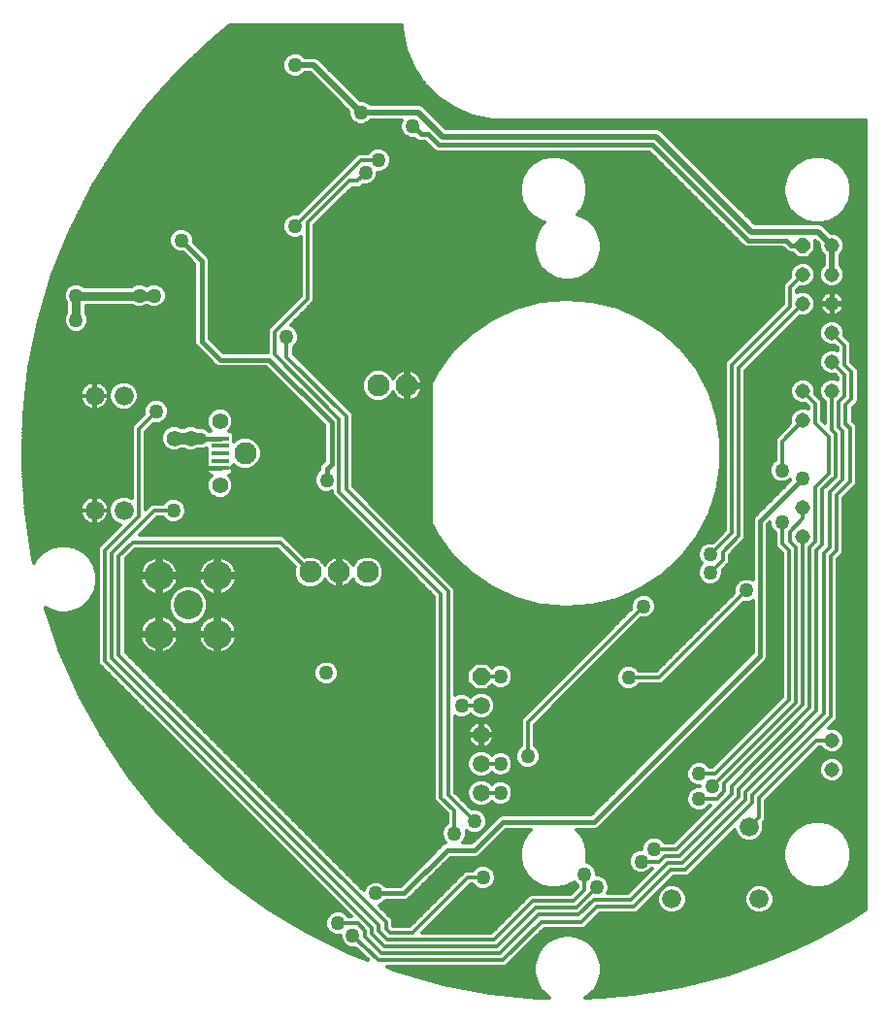
<source format=gbl>
G75*
%MOIN*%
%OFA0B0*%
%FSLAX24Y24*%
%IPPOS*%
%LPD*%
%AMOC8*
5,1,8,0,0,1.08239X$1,22.5*
%
%ADD10C,0.0660*%
%ADD11C,0.0760*%
%ADD12C,0.1000*%
%ADD13C,0.0554*%
%ADD14C,0.0768*%
%ADD15R,0.0591X0.0177*%
%ADD16OC8,0.0594*%
%ADD17C,0.0594*%
%ADD18OC8,0.0515*%
%ADD19C,0.0515*%
%ADD20C,0.0118*%
%ADD21C,0.0160*%
%ADD22C,0.0157*%
%ADD23C,0.0500*%
%ADD24C,0.0295*%
%ADD25C,0.0354*%
%ADD26C,0.0394*%
%ADD27C,0.0400*%
%ADD28C,0.0315*%
%ADD29C,0.0560*%
%ADD30C,0.0197*%
D10*
X030346Y010307D03*
X033346Y010307D03*
X032998Y012795D03*
X011515Y023651D03*
X010515Y023651D03*
X010515Y027588D03*
X011515Y027588D03*
D11*
X020257Y027943D03*
X021242Y027943D03*
X019883Y021535D03*
X018899Y021535D03*
X017915Y021535D03*
D12*
X014736Y021407D03*
X013732Y020403D03*
X014736Y019399D03*
X012728Y019399D03*
X012728Y021407D03*
D13*
X014824Y024517D03*
X014824Y026722D03*
D14*
X015691Y025620D03*
D15*
X014824Y025620D03*
X014824Y025876D03*
X014824Y026131D03*
X014824Y025364D03*
X014824Y025108D03*
D16*
X023787Y017954D03*
D17*
X023787Y016954D03*
X023787Y015954D03*
X023787Y014954D03*
X023787Y013954D03*
D18*
X034840Y032750D03*
D19*
X035840Y032750D03*
X035840Y031750D03*
X034840Y031750D03*
X034840Y030750D03*
X035840Y030750D03*
X035840Y029750D03*
X035840Y028750D03*
X035840Y027750D03*
X034840Y027750D03*
X034840Y026750D03*
X034840Y023750D03*
X034840Y022750D03*
X035840Y015750D03*
X035840Y014750D03*
D20*
X018572Y010463D02*
X015813Y010463D01*
X015974Y010346D02*
X018689Y010346D01*
X018805Y010230D02*
X016135Y010230D01*
X016296Y010113D02*
X018922Y010113D01*
X019039Y009997D02*
X016457Y009997D01*
X016462Y009993D02*
X015128Y010959D01*
X013883Y012039D01*
X012739Y013225D01*
X011703Y014506D01*
X010784Y015874D01*
X009989Y017317D01*
X009324Y018824D01*
X008820Y020306D01*
X008992Y020207D01*
X009288Y020128D01*
X009593Y020128D01*
X009889Y020207D01*
X010154Y020360D01*
X010370Y020576D01*
X010523Y020841D01*
X010637Y020841D01*
X010523Y020841D02*
X010602Y021136D01*
X010602Y021442D01*
X010523Y021737D01*
X010370Y022002D01*
X010154Y022218D01*
X009889Y022371D01*
X009593Y022450D01*
X009288Y022450D01*
X008992Y022371D01*
X008727Y022218D01*
X008511Y022002D01*
X008432Y021865D01*
X008403Y021985D01*
X008154Y023614D01*
X008050Y025258D01*
X008091Y026905D01*
X012152Y026905D01*
X012205Y026958D02*
X011925Y026679D01*
X011787Y026540D01*
X011787Y024088D01*
X011616Y024158D01*
X011414Y024158D01*
X011228Y024081D01*
X011085Y023938D01*
X011008Y023752D01*
X011008Y023550D01*
X011085Y023364D01*
X011228Y023221D01*
X011398Y023151D01*
X010776Y022529D01*
X010637Y022391D01*
X010637Y018398D01*
X010776Y018259D01*
X019321Y009714D01*
X019234Y009714D01*
X019232Y009720D01*
X019112Y009840D01*
X018955Y009905D01*
X018785Y009905D01*
X018628Y009840D01*
X018508Y009720D01*
X018443Y009563D01*
X018443Y009393D01*
X018508Y009236D01*
X018628Y009116D01*
X018785Y009051D01*
X018952Y009051D01*
X018952Y008966D01*
X019017Y008809D01*
X019138Y008689D01*
X019295Y008624D01*
X019464Y008624D01*
X019480Y008630D01*
X019912Y008220D01*
X019359Y008429D01*
X017876Y009147D01*
X016462Y009993D01*
X016651Y009880D02*
X018724Y009880D01*
X018551Y009763D02*
X016846Y009763D01*
X017041Y009647D02*
X018477Y009647D01*
X018443Y009530D02*
X017236Y009530D01*
X017431Y009413D02*
X018443Y009413D01*
X018482Y009297D02*
X017626Y009297D01*
X017821Y009180D02*
X018563Y009180D01*
X018754Y009064D02*
X018049Y009064D01*
X018290Y008947D02*
X018960Y008947D01*
X019008Y008830D02*
X018531Y008830D01*
X018772Y008714D02*
X019112Y008714D01*
X019013Y008597D02*
X019514Y008597D01*
X019637Y008481D02*
X019254Y008481D01*
X019532Y008364D02*
X019760Y008364D01*
X019839Y008247D02*
X019883Y008247D01*
X020271Y008204D02*
X019380Y009051D01*
X019807Y009004D02*
X019807Y009228D01*
X019557Y009478D01*
X018870Y009478D01*
X019016Y009880D02*
X019155Y009880D01*
X019188Y009763D02*
X019272Y009763D01*
X020043Y009326D02*
X010874Y018496D01*
X010874Y022293D01*
X012023Y023443D01*
X012023Y026443D01*
X012630Y027049D01*
X013032Y026905D02*
X014408Y026905D01*
X014439Y026979D02*
X014370Y026812D01*
X014370Y026632D01*
X014439Y026465D01*
X014507Y026397D01*
X014456Y026397D01*
X014446Y026387D01*
X014442Y026387D01*
X014379Y026451D01*
X014240Y026509D01*
X014090Y026509D01*
X014087Y026507D01*
X014075Y026519D01*
X013907Y026589D01*
X013726Y026589D01*
X013558Y026519D01*
X013544Y026506D01*
X013526Y026506D01*
X013513Y026519D01*
X013344Y026589D01*
X013163Y026589D01*
X012995Y026519D01*
X012866Y026390D01*
X012796Y026222D01*
X012796Y026041D01*
X012866Y025873D01*
X012995Y025744D01*
X013163Y025674D01*
X013344Y025674D01*
X013513Y025744D01*
X013526Y025757D01*
X013544Y025757D01*
X013558Y025744D01*
X013726Y025674D01*
X013907Y025674D01*
X014075Y025744D01*
X014084Y025752D01*
X014240Y025752D01*
X014352Y025799D01*
X014352Y025202D01*
X014370Y025184D01*
X014370Y025108D01*
X014446Y025108D01*
X014446Y025108D01*
X014370Y025108D01*
X014370Y024998D01*
X014381Y024958D01*
X014402Y024922D01*
X014431Y024892D01*
X014468Y024871D01*
X014508Y024860D01*
X014525Y024860D01*
X014439Y024775D01*
X014370Y024608D01*
X014370Y024427D01*
X014439Y024260D01*
X014567Y024132D01*
X014734Y024063D01*
X014915Y024063D01*
X015082Y024132D01*
X015210Y024260D01*
X015279Y024427D01*
X015279Y024608D01*
X015210Y024775D01*
X015124Y024860D01*
X015141Y024860D01*
X015181Y024871D01*
X015217Y024892D01*
X015247Y024922D01*
X015268Y024958D01*
X015279Y024998D01*
X015279Y025108D01*
X015279Y025184D01*
X015297Y025202D01*
X015297Y025220D01*
X015373Y025144D01*
X015579Y025059D01*
X015802Y025059D01*
X016008Y025144D01*
X016166Y025302D01*
X016252Y025508D01*
X016252Y025731D01*
X016166Y025937D01*
X016008Y026095D01*
X015802Y026181D01*
X015579Y026181D01*
X015373Y026095D01*
X015297Y026019D01*
X015297Y026293D01*
X015193Y026397D01*
X015142Y026397D01*
X015210Y026465D01*
X015279Y026632D01*
X015279Y026812D01*
X015210Y026979D01*
X015082Y027107D01*
X014915Y027176D01*
X014734Y027176D01*
X014567Y027107D01*
X014439Y026979D01*
X014481Y027022D02*
X013057Y027022D01*
X013057Y026964D02*
X013057Y027134D01*
X012992Y027291D01*
X012871Y027411D01*
X012714Y027476D01*
X012545Y027476D01*
X012388Y027411D01*
X012267Y027291D01*
X012202Y027134D01*
X012202Y026964D01*
X012205Y026958D01*
X012202Y027022D02*
X008104Y027022D01*
X008117Y027138D02*
X010321Y027138D01*
X010328Y027135D02*
X010401Y027111D01*
X010477Y027099D01*
X010506Y027099D01*
X010506Y027578D01*
X010525Y027578D01*
X010525Y027099D01*
X010554Y027099D01*
X010630Y027111D01*
X010703Y027135D01*
X010772Y027170D01*
X010834Y027215D01*
X010888Y027270D01*
X010934Y027332D01*
X010969Y027400D01*
X010992Y027474D01*
X011004Y027550D01*
X011004Y027578D01*
X010525Y027578D01*
X010525Y027598D01*
X010506Y027598D01*
X010506Y028077D01*
X010477Y028077D01*
X010401Y028065D01*
X010328Y028041D01*
X010259Y028006D01*
X010197Y027961D01*
X010142Y027907D01*
X010097Y027845D01*
X010062Y027776D01*
X010038Y027703D01*
X010026Y027627D01*
X010026Y027598D01*
X010506Y027598D01*
X010506Y027578D01*
X010026Y027578D01*
X010026Y027550D01*
X010038Y027474D01*
X010062Y027400D01*
X010097Y027332D01*
X010142Y027270D01*
X010197Y027215D01*
X010259Y027170D01*
X010328Y027135D01*
X010506Y027138D02*
X010525Y027138D01*
X010525Y027255D02*
X010506Y027255D01*
X010506Y027371D02*
X010525Y027371D01*
X010525Y027488D02*
X010506Y027488D01*
X010525Y027598D02*
X011004Y027598D01*
X011004Y027627D01*
X010992Y027703D01*
X010969Y027776D01*
X010934Y027845D01*
X010888Y027907D01*
X010834Y027961D01*
X010772Y028006D01*
X010703Y028041D01*
X010630Y028065D01*
X010554Y028077D01*
X010525Y028077D01*
X010525Y027598D01*
X010525Y027605D02*
X010506Y027605D01*
X010506Y027721D02*
X010525Y027721D01*
X010525Y027838D02*
X010506Y027838D01*
X010506Y027955D02*
X010525Y027955D01*
X010525Y028071D02*
X010506Y028071D01*
X010438Y028071D02*
X008223Y028071D01*
X008210Y027955D02*
X010190Y027955D01*
X010094Y027838D02*
X008197Y027838D01*
X008183Y027721D02*
X010044Y027721D01*
X010026Y027605D02*
X008170Y027605D01*
X008157Y027488D02*
X010036Y027488D01*
X010077Y027371D02*
X008144Y027371D01*
X008131Y027255D02*
X010157Y027255D01*
X010710Y027138D02*
X011276Y027138D01*
X011228Y027158D02*
X011414Y027081D01*
X011616Y027081D01*
X011803Y027158D01*
X011945Y027301D01*
X012023Y027487D01*
X012023Y027689D01*
X011945Y027875D01*
X011803Y028018D01*
X011616Y028095D01*
X011414Y028095D01*
X011228Y028018D01*
X011085Y027875D01*
X011008Y027689D01*
X011008Y027487D01*
X011085Y027301D01*
X011228Y027158D01*
X011131Y027255D02*
X010874Y027255D01*
X010954Y027371D02*
X011056Y027371D01*
X011008Y027488D02*
X010995Y027488D01*
X011004Y027605D02*
X011008Y027605D01*
X011022Y027721D02*
X010986Y027721D01*
X010937Y027838D02*
X011070Y027838D01*
X011164Y027955D02*
X010841Y027955D01*
X010592Y028071D02*
X011356Y028071D01*
X011675Y028071D02*
X016913Y028071D01*
X017029Y027955D02*
X011866Y027955D01*
X011961Y027838D02*
X017146Y027838D01*
X017262Y027721D02*
X012009Y027721D01*
X012023Y027605D02*
X017379Y027605D01*
X017496Y027488D02*
X012023Y027488D01*
X011975Y027371D02*
X012348Y027371D01*
X012253Y027255D02*
X011899Y027255D01*
X011754Y027138D02*
X012204Y027138D01*
X012035Y026788D02*
X008088Y026788D01*
X008085Y026672D02*
X011918Y026672D01*
X011802Y026555D02*
X008082Y026555D01*
X008079Y026439D02*
X011787Y026439D01*
X011787Y026322D02*
X008077Y026322D01*
X008074Y026205D02*
X011787Y026205D01*
X011787Y026089D02*
X008071Y026089D01*
X008068Y025972D02*
X011787Y025972D01*
X011787Y025856D02*
X008065Y025856D01*
X008062Y025739D02*
X011787Y025739D01*
X011787Y025622D02*
X008059Y025622D01*
X008056Y025506D02*
X011787Y025506D01*
X011787Y025389D02*
X008053Y025389D01*
X008051Y025272D02*
X011787Y025272D01*
X011787Y025156D02*
X008057Y025156D01*
X008064Y025039D02*
X011787Y025039D01*
X011787Y024923D02*
X008071Y024923D01*
X008079Y024806D02*
X011787Y024806D01*
X011787Y024689D02*
X008086Y024689D01*
X008094Y024573D02*
X011787Y024573D01*
X011787Y024456D02*
X008101Y024456D01*
X008108Y024340D02*
X011787Y024340D01*
X011787Y024223D02*
X008116Y024223D01*
X008123Y024106D02*
X010334Y024106D01*
X010328Y024104D02*
X010259Y024069D01*
X010197Y024024D01*
X010142Y023970D01*
X010097Y023908D01*
X010062Y023839D01*
X010038Y023766D01*
X010026Y023690D01*
X010026Y023661D01*
X010506Y023661D01*
X010506Y024140D01*
X010477Y024140D01*
X010401Y024128D01*
X010328Y024104D01*
X010506Y024106D02*
X010525Y024106D01*
X010525Y024140D02*
X010554Y024140D01*
X010630Y024128D01*
X010703Y024104D01*
X010772Y024069D01*
X010834Y024024D01*
X010888Y023970D01*
X010934Y023908D01*
X010969Y023839D01*
X010992Y023766D01*
X011004Y023690D01*
X011004Y023661D01*
X010525Y023661D01*
X010506Y023661D01*
X010506Y023641D01*
X010525Y023641D01*
X010525Y023162D01*
X010554Y023162D01*
X010630Y023174D01*
X010703Y023198D01*
X010772Y023233D01*
X010834Y023278D01*
X010888Y023333D01*
X010934Y023395D01*
X010969Y023463D01*
X010992Y023537D01*
X011004Y023613D01*
X011004Y023641D01*
X010525Y023641D01*
X010525Y023661D01*
X010525Y024140D01*
X010525Y023990D02*
X010506Y023990D01*
X010506Y023873D02*
X010525Y023873D01*
X010525Y023757D02*
X010506Y023757D01*
X010506Y023641D02*
X010026Y023641D01*
X010026Y023613D01*
X010038Y023537D01*
X010062Y023463D01*
X010097Y023395D01*
X010142Y023333D01*
X010197Y023278D01*
X010259Y023233D01*
X010328Y023198D01*
X010401Y023174D01*
X010477Y023162D01*
X010506Y023162D01*
X010506Y023641D01*
X010506Y023640D02*
X010525Y023640D01*
X010525Y023523D02*
X010506Y023523D01*
X010506Y023407D02*
X010525Y023407D01*
X010525Y023290D02*
X010506Y023290D01*
X010506Y023173D02*
X010525Y023173D01*
X010626Y023173D02*
X011343Y023173D01*
X011304Y023057D02*
X008239Y023057D01*
X008222Y023173D02*
X010405Y023173D01*
X010185Y023290D02*
X008204Y023290D01*
X008186Y023407D02*
X010091Y023407D01*
X010043Y023523D02*
X008168Y023523D01*
X008153Y023640D02*
X010026Y023640D01*
X010037Y023757D02*
X008145Y023757D01*
X008138Y023873D02*
X010080Y023873D01*
X010162Y023990D02*
X008131Y023990D01*
X008257Y022940D02*
X011187Y022940D01*
X011070Y022824D02*
X008275Y022824D01*
X008293Y022707D02*
X010954Y022707D01*
X010837Y022590D02*
X008311Y022590D01*
X008328Y022474D02*
X010720Y022474D01*
X010637Y022357D02*
X009913Y022357D01*
X010115Y022241D02*
X010637Y022241D01*
X010637Y022124D02*
X010248Y022124D01*
X010365Y022007D02*
X010637Y022007D01*
X010637Y021891D02*
X010434Y021891D01*
X010502Y021774D02*
X010637Y021774D01*
X010637Y021658D02*
X010544Y021658D01*
X010575Y021541D02*
X010637Y021541D01*
X010637Y021424D02*
X010602Y021424D01*
X010602Y021308D02*
X010637Y021308D01*
X010637Y021191D02*
X010602Y021191D01*
X010585Y021075D02*
X010637Y021075D01*
X010637Y020958D02*
X010554Y020958D01*
X010637Y020725D02*
X010456Y020725D01*
X010389Y020608D02*
X010637Y020608D01*
X010637Y020491D02*
X010286Y020491D01*
X010169Y020375D02*
X010637Y020375D01*
X010637Y020258D02*
X009978Y020258D01*
X009646Y020142D02*
X010637Y020142D01*
X010637Y020025D02*
X008916Y020025D01*
X008955Y019908D02*
X010637Y019908D01*
X010637Y019792D02*
X008995Y019792D01*
X009035Y019675D02*
X010637Y019675D01*
X010637Y019559D02*
X009074Y019559D01*
X009114Y019442D02*
X010637Y019442D01*
X010637Y019325D02*
X009154Y019325D01*
X009193Y019209D02*
X010637Y019209D01*
X010637Y019092D02*
X009233Y019092D01*
X009272Y018976D02*
X010637Y018976D01*
X010637Y018859D02*
X009312Y018859D01*
X009360Y018742D02*
X010637Y018742D01*
X010637Y018626D02*
X009411Y018626D01*
X009463Y018509D02*
X010637Y018509D01*
X010643Y018392D02*
X009514Y018392D01*
X009566Y018276D02*
X010759Y018276D01*
X010876Y018159D02*
X009617Y018159D01*
X009669Y018043D02*
X010993Y018043D01*
X011109Y017926D02*
X009720Y017926D01*
X009772Y017809D02*
X011226Y017809D01*
X011342Y017693D02*
X009823Y017693D01*
X009874Y017576D02*
X011459Y017576D01*
X011576Y017460D02*
X009926Y017460D01*
X009977Y017343D02*
X011692Y017343D01*
X011809Y017226D02*
X010039Y017226D01*
X010103Y017110D02*
X011925Y017110D01*
X012042Y016993D02*
X010167Y016993D01*
X010232Y016877D02*
X012159Y016877D01*
X012275Y016760D02*
X010296Y016760D01*
X010360Y016643D02*
X012392Y016643D01*
X012509Y016527D02*
X010424Y016527D01*
X010489Y016410D02*
X012625Y016410D01*
X012742Y016293D02*
X010553Y016293D01*
X010617Y016177D02*
X012858Y016177D01*
X012975Y016060D02*
X010681Y016060D01*
X010746Y015944D02*
X013092Y015944D01*
X013208Y015827D02*
X010815Y015827D01*
X010894Y015710D02*
X013325Y015710D01*
X013441Y015594D02*
X010972Y015594D01*
X011051Y015477D02*
X013558Y015477D01*
X013675Y015361D02*
X011129Y015361D01*
X011207Y015244D02*
X013791Y015244D01*
X013908Y015127D02*
X011286Y015127D01*
X011364Y015011D02*
X014024Y015011D01*
X014141Y014894D02*
X011442Y014894D01*
X011521Y014778D02*
X014258Y014778D01*
X014374Y014661D02*
X011599Y014661D01*
X011677Y014544D02*
X014491Y014544D01*
X014608Y014428D02*
X011767Y014428D01*
X011861Y014311D02*
X014724Y014311D01*
X014841Y014194D02*
X011955Y014194D01*
X012049Y014078D02*
X014957Y014078D01*
X015074Y013961D02*
X012144Y013961D01*
X012238Y013845D02*
X015191Y013845D01*
X015307Y013728D02*
X012332Y013728D01*
X012426Y013611D02*
X015424Y013611D01*
X015540Y013495D02*
X012521Y013495D01*
X012615Y013378D02*
X015657Y013378D01*
X015774Y013262D02*
X012709Y013262D01*
X012816Y013145D02*
X015890Y013145D01*
X016007Y013028D02*
X012928Y013028D01*
X013041Y012912D02*
X016123Y012912D01*
X016240Y012795D02*
X013154Y012795D01*
X013266Y012679D02*
X016357Y012679D01*
X016473Y012562D02*
X013379Y012562D01*
X013491Y012445D02*
X016590Y012445D01*
X016707Y012329D02*
X013604Y012329D01*
X013716Y012212D02*
X016823Y012212D01*
X016940Y012095D02*
X013829Y012095D01*
X013953Y011979D02*
X017056Y011979D01*
X017173Y011862D02*
X014087Y011862D01*
X014222Y011746D02*
X017290Y011746D01*
X017406Y011629D02*
X014356Y011629D01*
X014490Y011512D02*
X017523Y011512D01*
X017639Y011396D02*
X014625Y011396D01*
X014759Y011279D02*
X017756Y011279D01*
X017873Y011163D02*
X014893Y011163D01*
X015028Y011046D02*
X017989Y011046D01*
X018106Y010929D02*
X015169Y010929D01*
X015330Y010813D02*
X018222Y010813D01*
X018339Y010696D02*
X015491Y010696D01*
X015652Y010580D02*
X018456Y010580D01*
X019093Y011279D02*
X021547Y011279D01*
X021431Y011163D02*
X019210Y011163D01*
X019327Y011046D02*
X021314Y011046D01*
X021197Y010929D02*
X019443Y010929D01*
X019560Y010813D02*
X019876Y010813D01*
X019927Y010864D02*
X019807Y010744D01*
X019755Y010618D01*
X011582Y018790D01*
X011582Y021998D01*
X011912Y022328D01*
X016788Y022328D01*
X017391Y021725D01*
X017358Y021646D01*
X017358Y021424D01*
X017443Y021219D01*
X017599Y021063D01*
X017804Y020978D01*
X018026Y020978D01*
X018231Y021063D01*
X018387Y021219D01*
X018418Y021293D01*
X018438Y021253D01*
X018488Y021184D01*
X018548Y021124D01*
X018617Y021074D01*
X018692Y021035D01*
X018773Y021009D01*
X018850Y020997D01*
X018850Y021486D01*
X018948Y021486D01*
X018948Y020997D01*
X019025Y021009D01*
X019106Y021035D01*
X019182Y021074D01*
X019250Y021124D01*
X019310Y021184D01*
X019360Y021253D01*
X019381Y021293D01*
X019411Y021219D01*
X019568Y021063D01*
X019773Y020978D01*
X019994Y020978D01*
X020199Y021063D01*
X020356Y021219D01*
X020441Y021424D01*
X020441Y021646D01*
X020356Y021851D01*
X020199Y022007D01*
X019994Y022092D01*
X019773Y022092D01*
X019568Y022007D01*
X019411Y021851D01*
X019381Y021777D01*
X019360Y021818D01*
X019310Y021886D01*
X019250Y021946D01*
X019182Y021996D01*
X019106Y022035D01*
X019025Y022061D01*
X018948Y022073D01*
X018948Y021584D01*
X018850Y021584D01*
X018850Y022073D01*
X018773Y022061D01*
X018692Y022035D01*
X018617Y021996D01*
X018548Y021946D01*
X018488Y021886D01*
X018438Y021818D01*
X018418Y021777D01*
X018387Y021851D01*
X018231Y022007D01*
X018026Y022092D01*
X017804Y022092D01*
X017725Y022059D01*
X017122Y022662D01*
X016983Y022801D01*
X012050Y022801D01*
X012664Y023415D01*
X012861Y023415D01*
X012864Y023409D01*
X012984Y023289D01*
X013141Y023224D01*
X013311Y023224D01*
X013468Y023289D01*
X013588Y023409D01*
X013653Y023566D01*
X013653Y023736D01*
X013588Y023893D01*
X013468Y024013D01*
X013311Y024078D01*
X013141Y024078D01*
X012984Y024013D01*
X012864Y023893D01*
X012861Y023887D01*
X012664Y023887D01*
X012469Y023887D01*
X012259Y023678D01*
X012259Y026345D01*
X012539Y026624D01*
X012545Y026622D01*
X012714Y026622D01*
X012871Y026687D01*
X012992Y026807D01*
X013057Y026964D01*
X013055Y027138D02*
X014642Y027138D01*
X015007Y027138D02*
X017846Y027138D01*
X017962Y027022D02*
X015167Y027022D01*
X015240Y026905D02*
X018079Y026905D01*
X018195Y026788D02*
X015279Y026788D01*
X015279Y026672D02*
X018312Y026672D01*
X018401Y026583D02*
X018401Y025363D01*
X018269Y025231D01*
X018230Y025137D01*
X018230Y025041D01*
X018124Y024934D01*
X018059Y024777D01*
X018059Y024608D01*
X018124Y024451D01*
X018244Y024330D01*
X018401Y024265D01*
X018571Y024265D01*
X018677Y024309D01*
X018677Y024191D01*
X018815Y024053D01*
X018815Y024053D01*
X022177Y020691D01*
X022177Y013695D01*
X022315Y013557D01*
X022631Y013240D01*
X022631Y012915D01*
X022626Y012913D01*
X022506Y012793D01*
X022441Y012636D01*
X022441Y012466D01*
X022506Y012309D01*
X022573Y012242D01*
X022565Y012242D01*
X022471Y012203D01*
X021025Y010757D01*
X020517Y010757D01*
X020411Y010864D01*
X020254Y010929D01*
X020084Y010929D01*
X019927Y010864D01*
X019787Y010696D02*
X019676Y010696D01*
X020462Y010813D02*
X021081Y010813D01*
X021455Y010463D02*
X022418Y010463D01*
X022302Y010346D02*
X021338Y010346D01*
X021348Y010357D02*
X022722Y011730D01*
X023625Y011730D01*
X023719Y011769D01*
X023791Y011841D01*
X024641Y012691D01*
X025501Y012691D01*
X025356Y012545D01*
X025203Y012281D01*
X025124Y011985D01*
X025124Y011679D01*
X025203Y011384D01*
X025356Y011119D01*
X025572Y010903D01*
X025837Y010750D01*
X026132Y010671D01*
X026438Y010671D01*
X026733Y010750D01*
X026987Y010896D01*
X027086Y010797D01*
X027092Y010795D01*
X027092Y010716D01*
X026853Y010476D01*
X025471Y010476D01*
X024144Y009149D01*
X021773Y009149D01*
X023436Y010813D01*
X023489Y010813D01*
X023492Y010807D01*
X023612Y010687D01*
X023769Y010622D01*
X023939Y010622D01*
X024096Y010687D01*
X024216Y010807D01*
X024281Y010964D01*
X024281Y011134D01*
X024216Y011291D01*
X024096Y011411D01*
X023939Y011476D01*
X023769Y011476D01*
X023612Y011411D01*
X023492Y011291D01*
X023489Y011285D01*
X023240Y011285D01*
X023102Y011147D01*
X021341Y009385D01*
X020763Y009385D01*
X020752Y009397D01*
X020752Y009621D01*
X020285Y010087D01*
X020411Y010139D01*
X020517Y010246D01*
X021182Y010246D01*
X021276Y010285D01*
X021348Y010357D01*
X021571Y010580D02*
X022535Y010580D01*
X022651Y010696D02*
X021688Y010696D01*
X021805Y010813D02*
X022768Y010813D01*
X022885Y010929D02*
X021921Y010929D01*
X022038Y011046D02*
X023001Y011046D01*
X023118Y011163D02*
X022154Y011163D01*
X022271Y011279D02*
X023235Y011279D01*
X023338Y011049D02*
X023854Y011049D01*
X024281Y011046D02*
X025429Y011046D01*
X025331Y011163D02*
X024269Y011163D01*
X024221Y011279D02*
X025263Y011279D01*
X025200Y011396D02*
X024111Y011396D01*
X024267Y010929D02*
X025545Y010929D01*
X025728Y010813D02*
X024219Y010813D01*
X024105Y010696D02*
X026038Y010696D01*
X026532Y010696D02*
X027073Y010696D01*
X027071Y010813D02*
X026842Y010813D01*
X026956Y010580D02*
X023203Y010580D01*
X023320Y010696D02*
X023602Y010696D01*
X023338Y011049D02*
X021439Y009149D01*
X020665Y009149D01*
X020515Y009299D01*
X020515Y009523D01*
X011346Y018693D01*
X011346Y022096D01*
X011815Y022565D01*
X016885Y022565D01*
X017915Y021535D01*
X017358Y021541D02*
X015382Y021541D01*
X015384Y021536D02*
X015361Y021619D01*
X015328Y021699D01*
X015285Y021774D01*
X015232Y021843D01*
X015171Y021904D01*
X015103Y021956D01*
X015028Y021999D01*
X014948Y022032D01*
X014865Y022055D01*
X014795Y022064D01*
X014795Y021466D01*
X015393Y021466D01*
X015384Y021536D01*
X015345Y021658D02*
X017363Y021658D01*
X017342Y021774D02*
X015285Y021774D01*
X015184Y021891D02*
X017225Y021891D01*
X017109Y022007D02*
X015009Y022007D01*
X014795Y022007D02*
X014677Y022007D01*
X014677Y022064D02*
X014607Y022055D01*
X014523Y022032D01*
X014444Y021999D01*
X014369Y021956D01*
X014300Y021904D01*
X014239Y021843D01*
X014187Y021774D01*
X013277Y021774D01*
X013225Y021843D01*
X013163Y021904D01*
X013095Y021956D01*
X013020Y021999D01*
X012940Y022032D01*
X012857Y022055D01*
X012787Y022064D01*
X012787Y021466D01*
X013385Y021466D01*
X013376Y021536D01*
X013353Y021619D01*
X013320Y021699D01*
X013277Y021774D01*
X013338Y021658D02*
X014126Y021658D01*
X014110Y021619D02*
X014143Y021699D01*
X014187Y021774D01*
X014287Y021891D02*
X013176Y021891D01*
X013001Y022007D02*
X014463Y022007D01*
X014677Y022064D02*
X014677Y021466D01*
X014795Y021466D01*
X014795Y021348D01*
X015393Y021348D01*
X015384Y021278D01*
X015361Y021195D01*
X015328Y021115D01*
X015285Y021040D01*
X015232Y020972D01*
X015171Y020910D01*
X015103Y020858D01*
X015028Y020815D01*
X014948Y020782D01*
X014865Y020759D01*
X014795Y020750D01*
X014795Y021348D01*
X014677Y021348D01*
X014677Y020750D01*
X014607Y020759D01*
X014523Y020782D01*
X014444Y020815D01*
X014369Y020858D01*
X014300Y020910D01*
X014239Y020972D01*
X014187Y021040D01*
X014143Y021115D01*
X014110Y021195D01*
X014088Y021278D01*
X014079Y021348D01*
X014677Y021348D01*
X014677Y021466D01*
X014079Y021466D01*
X014088Y021536D01*
X014110Y021619D01*
X014089Y021541D02*
X013374Y021541D01*
X013385Y021348D02*
X012787Y021348D01*
X012787Y020750D01*
X012857Y020759D01*
X012940Y020782D01*
X013020Y020815D01*
X013095Y020858D01*
X013163Y020910D01*
X013225Y020972D01*
X013277Y021040D01*
X013320Y021115D01*
X013353Y021195D01*
X013376Y021278D01*
X013385Y021348D01*
X013380Y021308D02*
X014084Y021308D01*
X014112Y021191D02*
X013352Y021191D01*
X013297Y021075D02*
X013583Y021075D01*
X013597Y021080D02*
X013348Y020977D01*
X013158Y020787D01*
X013055Y020538D01*
X013055Y020268D01*
X013158Y020020D01*
X013348Y019829D01*
X013597Y019726D01*
X013867Y019726D01*
X014115Y019829D01*
X014306Y020020D01*
X014409Y020268D01*
X014409Y020538D01*
X014306Y020787D01*
X014115Y020977D01*
X013867Y021080D01*
X013597Y021080D01*
X013881Y021075D02*
X014167Y021075D01*
X014135Y020958D02*
X014253Y020958D01*
X014251Y020841D02*
X014398Y020841D01*
X014332Y020725D02*
X022143Y020725D01*
X022177Y020608D02*
X014380Y020608D01*
X014409Y020491D02*
X022177Y020491D01*
X022177Y020375D02*
X014409Y020375D01*
X014405Y020258D02*
X022177Y020258D01*
X022177Y020142D02*
X014357Y020142D01*
X014308Y020025D02*
X014525Y020025D01*
X014523Y020025D02*
X014444Y019992D01*
X014369Y019948D01*
X014300Y019896D01*
X014239Y019835D01*
X014187Y019766D01*
X014143Y019691D01*
X014110Y019612D01*
X014088Y019528D01*
X014079Y019458D01*
X014677Y019458D01*
X014677Y019340D01*
X014795Y019340D01*
X014795Y019458D01*
X015393Y019458D01*
X015384Y019528D01*
X015361Y019612D01*
X015328Y019691D01*
X015285Y019766D01*
X015232Y019835D01*
X015171Y019896D01*
X015103Y019948D01*
X015028Y019992D01*
X014948Y020025D01*
X014865Y020047D01*
X014795Y020056D01*
X014795Y019458D01*
X014677Y019458D01*
X014677Y020056D01*
X014607Y020047D01*
X014523Y020025D01*
X014677Y020025D02*
X014795Y020025D01*
X014795Y019908D02*
X014677Y019908D01*
X014677Y019792D02*
X014795Y019792D01*
X014795Y019675D02*
X014677Y019675D01*
X014677Y019559D02*
X014795Y019559D01*
X014795Y019442D02*
X022177Y019442D01*
X022177Y019559D02*
X015375Y019559D01*
X015335Y019675D02*
X022177Y019675D01*
X022177Y019792D02*
X015265Y019792D01*
X015155Y019908D02*
X022177Y019908D01*
X022177Y020025D02*
X014947Y020025D01*
X014317Y019908D02*
X014195Y019908D01*
X014206Y019792D02*
X014025Y019792D01*
X014137Y019675D02*
X013327Y019675D01*
X013320Y019691D02*
X013277Y019766D01*
X013225Y019835D01*
X013163Y019896D01*
X013095Y019948D01*
X013020Y019992D01*
X012940Y020025D01*
X012857Y020047D01*
X012787Y020056D01*
X012787Y019458D01*
X013385Y019458D01*
X013376Y019528D01*
X013353Y019612D01*
X013320Y019691D01*
X013258Y019792D02*
X013438Y019792D01*
X013269Y019908D02*
X013147Y019908D01*
X013156Y020025D02*
X012939Y020025D01*
X012787Y020025D02*
X012669Y020025D01*
X012669Y020056D02*
X012599Y020047D01*
X012516Y020025D01*
X012436Y019992D01*
X012361Y019948D01*
X012293Y019896D01*
X012231Y019835D01*
X012179Y019766D01*
X012136Y019691D01*
X012103Y019612D01*
X012080Y019528D01*
X012071Y019458D01*
X012669Y019458D01*
X012669Y019340D01*
X012787Y019340D01*
X012787Y018742D01*
X012857Y018751D01*
X012940Y018774D01*
X013020Y018807D01*
X013095Y018850D01*
X013163Y018903D01*
X013225Y018964D01*
X013277Y019032D01*
X013320Y019107D01*
X013353Y019187D01*
X013376Y019270D01*
X013385Y019340D01*
X012787Y019340D01*
X012787Y019458D01*
X012669Y019458D01*
X012669Y020056D01*
X012669Y019908D02*
X012787Y019908D01*
X012787Y019792D02*
X012669Y019792D01*
X012669Y019675D02*
X012787Y019675D01*
X012787Y019559D02*
X012669Y019559D01*
X012669Y019442D02*
X011582Y019442D01*
X011582Y019559D02*
X012088Y019559D01*
X012129Y019675D02*
X011582Y019675D01*
X011582Y019792D02*
X012198Y019792D01*
X012309Y019908D02*
X011582Y019908D01*
X011582Y020025D02*
X012517Y020025D01*
X013059Y020258D02*
X011582Y020258D01*
X011582Y020142D02*
X013107Y020142D01*
X013055Y020375D02*
X011582Y020375D01*
X011582Y020491D02*
X013055Y020491D01*
X013084Y020608D02*
X011582Y020608D01*
X011582Y020725D02*
X013132Y020725D01*
X013066Y020841D02*
X013212Y020841D01*
X013211Y020958D02*
X013329Y020958D01*
X012787Y020958D02*
X012669Y020958D01*
X012669Y021075D02*
X012787Y021075D01*
X012787Y021191D02*
X012669Y021191D01*
X012669Y021308D02*
X012787Y021308D01*
X012787Y021348D02*
X012669Y021348D01*
X012669Y020750D01*
X012599Y020759D01*
X012516Y020782D01*
X012436Y020815D01*
X012361Y020858D01*
X012293Y020910D01*
X012231Y020972D01*
X012179Y021040D01*
X012136Y021115D01*
X012103Y021195D01*
X012080Y021278D01*
X012071Y021348D01*
X012669Y021348D01*
X012669Y021466D01*
X012071Y021466D01*
X012080Y021536D01*
X012103Y021619D01*
X012136Y021699D01*
X012179Y021774D01*
X012231Y021843D01*
X012293Y021904D01*
X012361Y021956D01*
X012436Y021999D01*
X012516Y022032D01*
X012599Y022055D01*
X012669Y022064D01*
X012669Y021466D01*
X012787Y021466D01*
X012787Y021348D01*
X012787Y021424D02*
X014677Y021424D01*
X014677Y021308D02*
X014795Y021308D01*
X014795Y021424D02*
X017358Y021424D01*
X017406Y021308D02*
X015387Y021308D01*
X015360Y021191D02*
X017471Y021191D01*
X017588Y021075D02*
X015305Y021075D01*
X015219Y020958D02*
X021910Y020958D01*
X021793Y021075D02*
X020211Y021075D01*
X020327Y021191D02*
X021677Y021191D01*
X021560Y021308D02*
X020392Y021308D01*
X020441Y021424D02*
X021444Y021424D01*
X021327Y021541D02*
X020441Y021541D01*
X020436Y021658D02*
X021210Y021658D01*
X021094Y021774D02*
X020387Y021774D01*
X020316Y021891D02*
X020977Y021891D01*
X020861Y022007D02*
X020199Y022007D01*
X020511Y022357D02*
X017427Y022357D01*
X017543Y022241D02*
X020627Y022241D01*
X020744Y022124D02*
X017660Y022124D01*
X017310Y022474D02*
X020394Y022474D01*
X020277Y022590D02*
X017194Y022590D01*
X017077Y022707D02*
X020161Y022707D01*
X020044Y022824D02*
X012073Y022824D01*
X012190Y022940D02*
X019928Y022940D01*
X019811Y023057D02*
X012306Y023057D01*
X012423Y023173D02*
X019694Y023173D01*
X019578Y023290D02*
X013469Y023290D01*
X013586Y023407D02*
X019461Y023407D01*
X019345Y023523D02*
X013635Y023523D01*
X013653Y023640D02*
X019228Y023640D01*
X019111Y023757D02*
X013645Y023757D01*
X013596Y023873D02*
X018995Y023873D01*
X018878Y023990D02*
X013491Y023990D01*
X013226Y023651D02*
X012567Y023651D01*
X011110Y022194D01*
X011110Y018594D01*
X020279Y009425D01*
X020279Y009200D01*
X020567Y008913D01*
X024242Y008913D01*
X025569Y010240D01*
X026950Y010240D01*
X027328Y010618D01*
X027328Y011159D01*
X027756Y011163D02*
X029474Y011163D01*
X029525Y011236D02*
X029368Y011171D01*
X029198Y011171D01*
X029041Y011236D01*
X028921Y011356D01*
X028856Y011513D01*
X028856Y011683D01*
X028921Y011840D01*
X029041Y011960D01*
X029198Y012025D01*
X029305Y012025D01*
X029305Y012110D01*
X029370Y012267D01*
X029490Y012387D01*
X029647Y012452D01*
X029817Y012452D01*
X029974Y012387D01*
X030094Y012267D01*
X030096Y012261D01*
X030406Y012261D01*
X031662Y013517D01*
X031638Y013517D01*
X031635Y013512D01*
X031515Y013391D01*
X031358Y013326D01*
X031188Y013326D01*
X031031Y013391D01*
X030911Y013512D01*
X030846Y013669D01*
X030846Y013839D01*
X030911Y013996D01*
X031031Y014116D01*
X031188Y014181D01*
X031293Y014181D01*
X031293Y014181D01*
X031188Y014181D01*
X031031Y014246D01*
X030911Y014366D01*
X030846Y014523D01*
X030846Y014693D01*
X030911Y014850D01*
X031031Y014970D01*
X031188Y015035D01*
X031358Y015035D01*
X031515Y014970D01*
X031635Y014850D01*
X031638Y014844D01*
X031717Y014844D01*
X034131Y017259D01*
X034131Y022175D01*
X034020Y022287D01*
X033881Y022425D01*
X033881Y022885D01*
X033876Y022887D01*
X033756Y023008D01*
X033691Y023165D01*
X033691Y023238D01*
X033635Y023183D01*
X033635Y018614D01*
X033596Y018520D01*
X027806Y012730D01*
X027712Y012691D01*
X027069Y012691D01*
X027214Y012545D01*
X027367Y012281D01*
X027446Y011985D01*
X027446Y011679D01*
X027421Y011583D01*
X027570Y011521D01*
X027690Y011401D01*
X027756Y011244D01*
X027756Y011139D01*
X027842Y011139D01*
X027999Y011074D01*
X028120Y010954D01*
X028185Y010797D01*
X028185Y010627D01*
X028141Y010521D01*
X028833Y010521D01*
X029673Y011362D01*
X029648Y011362D01*
X029645Y011356D01*
X029525Y011236D01*
X029568Y011279D02*
X029591Y011279D01*
X029358Y011046D02*
X028028Y011046D01*
X028130Y010929D02*
X029241Y010929D01*
X029124Y010813D02*
X028178Y010813D01*
X028185Y010696D02*
X029008Y010696D01*
X028891Y010580D02*
X028165Y010580D01*
X027757Y010712D02*
X027049Y010004D01*
X025667Y010004D01*
X024340Y008677D01*
X020468Y008677D01*
X020043Y009102D01*
X020043Y009326D01*
X019807Y009004D02*
X020370Y008441D01*
X024439Y008441D01*
X025765Y009767D01*
X027147Y009767D01*
X027665Y010285D01*
X028931Y010285D01*
X030198Y011553D01*
X030700Y011553D01*
X032856Y013708D01*
X032856Y013978D01*
X035549Y016671D01*
X035549Y022173D01*
X035748Y022372D01*
X035748Y024267D01*
X036212Y024732D01*
X036212Y026381D01*
X036076Y026517D01*
X036076Y027372D01*
X036275Y027570D01*
X036275Y028315D01*
X035840Y028750D01*
X035406Y028771D02*
X033195Y028771D01*
X033079Y028654D02*
X035409Y028654D01*
X035406Y028663D02*
X035472Y028503D01*
X035594Y028381D01*
X035754Y028315D01*
X035927Y028315D01*
X035937Y028319D01*
X036039Y028217D01*
X036039Y028138D01*
X035927Y028184D01*
X035754Y028184D01*
X035594Y028118D01*
X035472Y027996D01*
X035406Y027836D01*
X035406Y027663D01*
X035472Y027503D01*
X035594Y027381D01*
X035604Y027377D01*
X035604Y026655D01*
X035511Y026747D01*
X035511Y027412D01*
X035373Y027551D01*
X035271Y027653D01*
X035275Y027663D01*
X035275Y027836D01*
X035209Y027996D01*
X035086Y028118D01*
X034927Y028184D01*
X034754Y028184D01*
X034594Y028118D01*
X034472Y027996D01*
X034406Y027836D01*
X034406Y027663D01*
X034472Y027503D01*
X034594Y027381D01*
X034754Y027315D01*
X034927Y027315D01*
X034937Y027319D01*
X035039Y027217D01*
X035039Y027138D01*
X035038Y027138D01*
X035039Y027138D02*
X034927Y027184D01*
X034754Y027184D01*
X034594Y027118D01*
X034472Y026996D01*
X034406Y026836D01*
X034406Y026663D01*
X034410Y026653D01*
X034020Y026263D01*
X033881Y026125D01*
X033881Y025391D01*
X033878Y025389D01*
X033758Y025269D01*
X033693Y025112D01*
X033693Y024942D01*
X033758Y024785D01*
X033878Y024665D01*
X034035Y024600D01*
X034205Y024600D01*
X034362Y024665D01*
X034413Y024716D01*
X034413Y024684D01*
X033235Y023506D01*
X033163Y023434D01*
X033124Y023340D01*
X033124Y021275D01*
X032986Y021332D01*
X032816Y021332D01*
X032659Y021267D01*
X032539Y021147D01*
X032474Y020990D01*
X032474Y020820D01*
X032476Y020814D01*
X029807Y018145D01*
X029220Y018145D01*
X029218Y018151D01*
X029098Y018271D01*
X028941Y018336D01*
X028771Y018336D01*
X028614Y018271D01*
X028494Y018151D01*
X028429Y017994D01*
X028429Y017824D01*
X028494Y017667D01*
X028614Y017547D01*
X028771Y017482D01*
X028941Y017482D01*
X029098Y017547D01*
X029218Y017667D01*
X029220Y017673D01*
X030003Y017673D01*
X030141Y017811D01*
X032810Y020480D01*
X032816Y020478D01*
X032986Y020478D01*
X033124Y020535D01*
X033124Y018771D01*
X027555Y013202D01*
X024484Y013202D01*
X024390Y013163D01*
X023468Y012242D01*
X023163Y012242D01*
X023230Y012309D01*
X023295Y012466D01*
X023295Y012636D01*
X023291Y012646D01*
X023321Y012616D01*
X023478Y012551D01*
X023648Y012551D01*
X023805Y012616D01*
X023925Y012736D01*
X023990Y012893D01*
X023990Y013063D01*
X023925Y013220D01*
X023805Y013340D01*
X023648Y013405D01*
X023478Y013405D01*
X023472Y013403D01*
X022885Y013989D01*
X022885Y016590D01*
X023037Y016527D01*
X023207Y016527D01*
X023364Y016592D01*
X023421Y016650D01*
X023518Y016552D01*
X023693Y016480D01*
X023881Y016480D01*
X024056Y016552D01*
X024189Y016686D01*
X024261Y016860D01*
X024261Y017049D01*
X024189Y017223D01*
X024056Y017356D01*
X023881Y017428D01*
X023693Y017428D01*
X023518Y017356D01*
X023421Y017259D01*
X023364Y017316D01*
X023207Y017381D01*
X023037Y017381D01*
X022885Y017319D01*
X022885Y020985D01*
X022747Y021124D01*
X019385Y024485D01*
X019385Y026991D01*
X017348Y029029D01*
X017348Y029243D01*
X017354Y029246D01*
X017474Y029366D01*
X017539Y029523D01*
X017539Y029693D01*
X017474Y029850D01*
X017354Y029970D01*
X017248Y030014D01*
X017928Y030694D01*
X018067Y030833D01*
X018067Y033435D01*
X025850Y033435D01*
X025834Y033419D02*
X025681Y033155D01*
X025602Y032859D01*
X025602Y032553D01*
X025681Y032258D01*
X025834Y031993D01*
X026050Y031777D01*
X026315Y031624D01*
X026610Y031545D01*
X026916Y031545D01*
X027212Y031624D01*
X027477Y031777D01*
X027693Y031993D01*
X027846Y032258D01*
X027925Y032553D01*
X027925Y032859D01*
X027846Y033155D01*
X027693Y033419D01*
X027477Y033636D01*
X027212Y033789D01*
X027084Y033823D01*
X027214Y033954D01*
X027367Y034219D01*
X027446Y034514D01*
X027446Y034820D01*
X027367Y035115D01*
X027214Y035380D01*
X026998Y035596D01*
X026733Y035749D01*
X026438Y035828D01*
X026132Y035828D01*
X025837Y035749D01*
X025572Y035596D01*
X025356Y035380D01*
X025203Y035115D01*
X025124Y034820D01*
X025124Y034514D01*
X025203Y034219D01*
X025356Y033954D01*
X025572Y033738D01*
X025837Y033585D01*
X025965Y033550D01*
X025834Y033419D01*
X025776Y033319D02*
X018067Y033319D01*
X018067Y033435D02*
X019361Y034730D01*
X019635Y034730D01*
X019724Y034819D01*
X019730Y034817D01*
X019900Y034817D01*
X020057Y034882D01*
X020177Y035002D01*
X020242Y035159D01*
X020242Y035256D01*
X020339Y035256D01*
X020496Y035321D01*
X020616Y035441D01*
X020681Y035598D01*
X020681Y035768D01*
X020616Y035925D01*
X020496Y036045D01*
X020339Y036110D01*
X020169Y036110D01*
X020012Y036045D01*
X019891Y035925D01*
X019889Y035919D01*
X019571Y035919D01*
X017492Y033840D01*
X017486Y033842D01*
X017316Y033842D01*
X017159Y033777D01*
X017039Y033657D01*
X016974Y033500D01*
X016974Y033330D01*
X017039Y033173D01*
X017159Y033053D01*
X017316Y032988D01*
X017486Y032988D01*
X017594Y033033D01*
X017594Y031029D01*
X016448Y029883D01*
X016448Y029088D01*
X014926Y029088D01*
X014450Y029564D01*
X014450Y032277D01*
X014411Y032371D01*
X014339Y032443D01*
X013919Y032863D01*
X013919Y033014D01*
X013854Y033171D01*
X013734Y033291D01*
X013577Y033356D01*
X013407Y033356D01*
X013250Y033291D01*
X013130Y033171D01*
X013065Y033014D01*
X013065Y032844D01*
X013130Y032687D01*
X013250Y032567D01*
X013407Y032502D01*
X013557Y032502D01*
X013939Y032120D01*
X013939Y029407D01*
X013978Y029313D01*
X014050Y029241D01*
X014676Y028615D01*
X014770Y028576D01*
X016407Y028576D01*
X018401Y026583D01*
X018401Y026555D02*
X015247Y026555D01*
X015183Y026439D02*
X018401Y026439D01*
X018401Y026322D02*
X015268Y026322D01*
X015297Y026205D02*
X018401Y026205D01*
X018401Y026089D02*
X016015Y026089D01*
X016131Y025972D02*
X018401Y025972D01*
X018401Y025856D02*
X016200Y025856D01*
X016248Y025739D02*
X018401Y025739D01*
X018401Y025622D02*
X016252Y025622D01*
X016251Y025506D02*
X018401Y025506D01*
X018401Y025389D02*
X016202Y025389D01*
X016137Y025272D02*
X018310Y025272D01*
X018238Y025156D02*
X016020Y025156D01*
X015361Y025156D02*
X015279Y025156D01*
X015279Y025108D02*
X015203Y025108D01*
X015203Y025108D01*
X015279Y025108D01*
X015279Y025039D02*
X018228Y025039D01*
X018119Y024923D02*
X015248Y024923D01*
X015178Y024806D02*
X018070Y024806D01*
X018059Y024689D02*
X015245Y024689D01*
X015279Y024573D02*
X018073Y024573D01*
X018121Y024456D02*
X015279Y024456D01*
X015243Y024340D02*
X018235Y024340D01*
X018677Y024223D02*
X015173Y024223D01*
X015020Y024106D02*
X018762Y024106D01*
X018913Y024289D02*
X022413Y020789D01*
X022413Y013793D01*
X022868Y013338D01*
X022868Y012551D01*
X023295Y012562D02*
X023451Y012562D01*
X023286Y012445D02*
X023672Y012445D01*
X023674Y012562D02*
X023789Y012562D01*
X023867Y012679D02*
X023905Y012679D01*
X023949Y012795D02*
X024022Y012795D01*
X023990Y012912D02*
X024138Y012912D01*
X024255Y013028D02*
X023990Y013028D01*
X023956Y013145D02*
X024372Y013145D01*
X024367Y013527D02*
X024537Y013527D01*
X024694Y013592D01*
X024814Y013712D01*
X024880Y013869D01*
X024880Y014039D01*
X024814Y014196D01*
X024694Y014316D01*
X024537Y014381D01*
X024367Y014381D01*
X024210Y014316D01*
X024153Y014259D01*
X024056Y014356D01*
X023881Y014428D01*
X023693Y014428D01*
X023518Y014356D01*
X023385Y014223D01*
X023313Y014049D01*
X023313Y013860D01*
X023385Y013686D01*
X023518Y013552D01*
X023693Y013480D01*
X023881Y013480D01*
X024056Y013552D01*
X024153Y013650D01*
X024210Y013592D01*
X024367Y013527D01*
X024191Y013611D02*
X024114Y013611D01*
X023916Y013495D02*
X027847Y013495D01*
X027731Y013378D02*
X023713Y013378D01*
X023658Y013495D02*
X023380Y013495D01*
X023460Y013611D02*
X023263Y013611D01*
X023368Y013728D02*
X023147Y013728D01*
X023030Y013845D02*
X023319Y013845D01*
X023313Y013961D02*
X022913Y013961D01*
X022885Y014078D02*
X023325Y014078D01*
X023373Y014194D02*
X022885Y014194D01*
X022885Y014311D02*
X023473Y014311D01*
X023538Y014544D02*
X022885Y014544D01*
X022885Y014428D02*
X023691Y014428D01*
X023693Y014480D02*
X023881Y014480D01*
X024056Y014552D01*
X024153Y014650D01*
X024210Y014592D01*
X024367Y014527D01*
X024537Y014527D01*
X024694Y014592D01*
X024814Y014712D01*
X024880Y014869D01*
X024880Y015039D01*
X024814Y015196D01*
X024694Y015316D01*
X024537Y015381D01*
X024367Y015381D01*
X024210Y015316D01*
X024153Y015259D01*
X024056Y015356D01*
X023881Y015428D01*
X023693Y015428D01*
X023518Y015356D01*
X023385Y015223D01*
X023313Y015049D01*
X023313Y014860D01*
X023385Y014686D01*
X023518Y014552D01*
X023693Y014480D01*
X023883Y014428D02*
X028780Y014428D01*
X028664Y014311D02*
X024700Y014311D01*
X024815Y014194D02*
X028547Y014194D01*
X028431Y014078D02*
X024864Y014078D01*
X024880Y013961D02*
X028314Y013961D01*
X028197Y013845D02*
X024869Y013845D01*
X024821Y013728D02*
X028081Y013728D01*
X027964Y013611D02*
X024714Y013611D01*
X024452Y013954D02*
X023787Y013954D01*
X024101Y014311D02*
X024205Y014311D01*
X024326Y014544D02*
X024036Y014544D01*
X023787Y014954D02*
X024452Y014954D01*
X024763Y014661D02*
X029014Y014661D01*
X029130Y014778D02*
X024841Y014778D01*
X024880Y014894D02*
X025099Y014894D01*
X025145Y014848D02*
X025302Y014783D01*
X025472Y014783D01*
X025629Y014848D01*
X025750Y014968D01*
X025815Y015125D01*
X025815Y015295D01*
X025750Y015452D01*
X025629Y015572D01*
X025624Y015575D01*
X025624Y016284D01*
X029277Y019937D01*
X029283Y019935D01*
X029453Y019935D01*
X029610Y020000D01*
X029730Y020120D01*
X029795Y020277D01*
X029795Y020447D01*
X029730Y020604D01*
X029610Y020724D01*
X029453Y020789D01*
X029283Y020789D01*
X029126Y020724D01*
X029006Y020604D01*
X028941Y020447D01*
X028941Y020277D01*
X028943Y020271D01*
X025290Y016618D01*
X025151Y016479D01*
X025151Y015575D01*
X025145Y015572D01*
X025025Y015452D01*
X024960Y015295D01*
X024960Y015125D01*
X025025Y014968D01*
X025145Y014848D01*
X025008Y015011D02*
X024880Y015011D01*
X024843Y015127D02*
X024960Y015127D01*
X024960Y015244D02*
X024767Y015244D01*
X024588Y015361D02*
X024987Y015361D01*
X025050Y015477D02*
X022885Y015477D01*
X022885Y015361D02*
X023529Y015361D01*
X023406Y015244D02*
X022885Y015244D01*
X022885Y015127D02*
X023346Y015127D01*
X023313Y015011D02*
X022885Y015011D01*
X022885Y014894D02*
X023313Y014894D01*
X023347Y014778D02*
X022885Y014778D01*
X022885Y014661D02*
X023410Y014661D01*
X024045Y015361D02*
X024317Y015361D01*
X024084Y015607D02*
X024135Y015657D01*
X024177Y015715D01*
X024210Y015779D01*
X024232Y015848D01*
X024242Y015915D01*
X023826Y015915D01*
X023826Y015499D01*
X023894Y015510D01*
X023962Y015532D01*
X024026Y015564D01*
X024084Y015607D01*
X024066Y015594D02*
X025151Y015594D01*
X025151Y015710D02*
X024173Y015710D01*
X024225Y015827D02*
X025151Y015827D01*
X025151Y015944D02*
X023826Y015944D01*
X023826Y015915D02*
X023826Y015994D01*
X023748Y015994D01*
X023748Y016410D01*
X023680Y016399D01*
X023612Y016377D01*
X023548Y016344D01*
X023490Y016302D01*
X023439Y016251D01*
X023397Y016193D01*
X023365Y016129D01*
X023342Y016061D01*
X023332Y015994D01*
X023748Y015994D01*
X023748Y015915D01*
X023826Y015915D01*
X023748Y015915D02*
X023748Y015499D01*
X023680Y015510D01*
X023612Y015532D01*
X023548Y015564D01*
X023490Y015607D01*
X023439Y015657D01*
X023397Y015715D01*
X023365Y015779D01*
X023342Y015848D01*
X023332Y015915D01*
X023748Y015915D01*
X023748Y015944D02*
X022885Y015944D01*
X022885Y016060D02*
X023342Y016060D01*
X023389Y016177D02*
X022885Y016177D01*
X022885Y016293D02*
X023481Y016293D01*
X023581Y016527D02*
X022885Y016527D01*
X022885Y016410D02*
X025151Y016410D01*
X025151Y016293D02*
X024093Y016293D01*
X024084Y016302D02*
X024026Y016344D01*
X023962Y016377D01*
X023894Y016399D01*
X023826Y016410D01*
X023826Y015994D01*
X024242Y015994D01*
X024232Y016061D01*
X024210Y016129D01*
X024177Y016193D01*
X024135Y016251D01*
X024084Y016302D01*
X024185Y016177D02*
X025151Y016177D01*
X025151Y016060D02*
X024232Y016060D01*
X023826Y016060D02*
X023748Y016060D01*
X023748Y016177D02*
X023826Y016177D01*
X023826Y016293D02*
X023748Y016293D01*
X023993Y016527D02*
X025199Y016527D01*
X025315Y016643D02*
X024146Y016643D01*
X024220Y016760D02*
X025432Y016760D01*
X025548Y016877D02*
X024261Y016877D01*
X024261Y016993D02*
X025665Y016993D01*
X025782Y017110D02*
X024236Y017110D01*
X024185Y017226D02*
X025898Y017226D01*
X026015Y017343D02*
X024069Y017343D01*
X023983Y017480D02*
X024153Y017650D01*
X024210Y017592D01*
X024367Y017527D01*
X024537Y017527D01*
X024694Y017592D01*
X024814Y017712D01*
X024880Y017869D01*
X024880Y018039D01*
X024814Y018196D01*
X024694Y018316D01*
X024537Y018381D01*
X024367Y018381D01*
X024210Y018316D01*
X024153Y018259D01*
X023983Y018428D01*
X023591Y018428D01*
X023313Y018151D01*
X023313Y017758D01*
X023591Y017480D01*
X023983Y017480D01*
X024079Y017576D02*
X024249Y017576D01*
X024656Y017576D02*
X026248Y017576D01*
X026131Y017460D02*
X022885Y017460D01*
X022885Y017576D02*
X023495Y017576D01*
X023378Y017693D02*
X022885Y017693D01*
X022885Y017809D02*
X023313Y017809D01*
X023313Y017926D02*
X022885Y017926D01*
X022885Y018043D02*
X023313Y018043D01*
X023322Y018159D02*
X022885Y018159D01*
X022885Y018276D02*
X023438Y018276D01*
X023555Y018392D02*
X022885Y018392D01*
X022885Y018509D02*
X027181Y018509D01*
X027298Y018626D02*
X022885Y018626D01*
X022885Y018742D02*
X027414Y018742D01*
X027531Y018859D02*
X022885Y018859D01*
X022885Y018976D02*
X027647Y018976D01*
X027764Y019092D02*
X022885Y019092D01*
X022885Y019209D02*
X027881Y019209D01*
X027997Y019325D02*
X022885Y019325D01*
X022885Y019442D02*
X028114Y019442D01*
X028230Y019559D02*
X022885Y019559D01*
X022885Y019675D02*
X028347Y019675D01*
X028464Y019792D02*
X022885Y019792D01*
X022885Y019908D02*
X028580Y019908D01*
X028697Y020025D02*
X022885Y020025D01*
X022885Y020142D02*
X028813Y020142D01*
X028930Y020258D02*
X022885Y020258D01*
X022885Y020375D02*
X026097Y020375D01*
X025839Y020399D02*
X026716Y020318D01*
X027594Y020383D01*
X028449Y020593D01*
X028449Y020593D01*
X029258Y020941D01*
X029258Y020941D01*
X029998Y021419D01*
X029998Y021419D01*
X030649Y022012D01*
X031193Y022705D01*
X031614Y023478D01*
X031614Y023478D01*
X031902Y024311D01*
X032047Y025179D01*
X032047Y026060D01*
X031902Y026929D01*
X031614Y027761D01*
X031614Y027761D01*
X031193Y028534D01*
X030649Y029227D01*
X030649Y029227D01*
X029998Y029821D01*
X029258Y030298D01*
X028449Y030647D01*
X027594Y030856D01*
X026716Y030922D01*
X026716Y030922D01*
X025839Y030841D01*
X024987Y030616D01*
X024185Y030253D01*
X023453Y029762D01*
X022813Y029157D01*
X022813Y029157D01*
X022813Y029157D01*
X022282Y028454D01*
X022091Y028088D01*
X022059Y028055D01*
X022059Y028025D01*
X022045Y027999D01*
X022059Y027955D01*
X022059Y023285D01*
X022045Y023241D01*
X022059Y023214D01*
X022059Y023184D01*
X022091Y023151D01*
X022282Y022785D01*
X022813Y022082D01*
X023453Y021477D01*
X024185Y020987D01*
X024987Y020624D01*
X025839Y020399D01*
X025488Y020491D02*
X022885Y020491D01*
X022885Y020608D02*
X025047Y020608D01*
X024764Y020725D02*
X022885Y020725D01*
X022885Y020841D02*
X024506Y020841D01*
X024249Y020958D02*
X022885Y020958D01*
X022796Y021075D02*
X024054Y021075D01*
X023880Y021191D02*
X022680Y021191D01*
X022563Y021308D02*
X023706Y021308D01*
X023533Y021424D02*
X022446Y021424D01*
X022330Y021541D02*
X023386Y021541D01*
X023453Y021477D02*
X023453Y021477D01*
X023263Y021658D02*
X022213Y021658D01*
X022097Y021774D02*
X023140Y021774D01*
X023016Y021891D02*
X021980Y021891D01*
X021863Y022007D02*
X022893Y022007D01*
X022782Y022124D02*
X021747Y022124D01*
X021630Y022241D02*
X022694Y022241D01*
X022606Y022357D02*
X021513Y022357D01*
X021397Y022474D02*
X022518Y022474D01*
X022430Y022590D02*
X021280Y022590D01*
X021164Y022707D02*
X022341Y022707D01*
X022262Y022824D02*
X021047Y022824D01*
X020930Y022940D02*
X022201Y022940D01*
X022141Y023057D02*
X020814Y023057D01*
X020697Y023173D02*
X022069Y023173D01*
X022059Y023290D02*
X020581Y023290D01*
X020464Y023407D02*
X022059Y023407D01*
X022059Y023523D02*
X020347Y023523D01*
X020231Y023640D02*
X022059Y023640D01*
X022059Y023757D02*
X020114Y023757D01*
X019998Y023873D02*
X022059Y023873D01*
X022059Y023990D02*
X019881Y023990D01*
X019764Y024106D02*
X022059Y024106D01*
X022059Y024223D02*
X019648Y024223D01*
X019531Y024340D02*
X022059Y024340D01*
X022059Y024456D02*
X019414Y024456D01*
X019385Y024573D02*
X022059Y024573D01*
X022059Y024689D02*
X019385Y024689D01*
X019385Y024806D02*
X022059Y024806D01*
X022059Y024923D02*
X019385Y024923D01*
X019385Y025039D02*
X022059Y025039D01*
X022059Y025156D02*
X019385Y025156D01*
X019385Y025272D02*
X022059Y025272D01*
X022059Y025389D02*
X019385Y025389D01*
X019385Y025506D02*
X022059Y025506D01*
X022059Y025622D02*
X019385Y025622D01*
X019385Y025739D02*
X022059Y025739D01*
X022059Y025856D02*
X019385Y025856D01*
X019385Y025972D02*
X022059Y025972D01*
X022059Y026089D02*
X019385Y026089D01*
X019385Y026205D02*
X022059Y026205D01*
X022059Y026322D02*
X019385Y026322D01*
X019385Y026439D02*
X022059Y026439D01*
X022059Y026555D02*
X019385Y026555D01*
X019385Y026672D02*
X022059Y026672D01*
X022059Y026788D02*
X019385Y026788D01*
X019385Y026905D02*
X022059Y026905D01*
X022059Y027022D02*
X019355Y027022D01*
X019238Y027138D02*
X022059Y027138D01*
X022059Y027255D02*
X019122Y027255D01*
X019005Y027371D02*
X022059Y027371D01*
X022059Y027488D02*
X021533Y027488D01*
X021524Y027481D02*
X021593Y027531D01*
X021653Y027591D01*
X021703Y027660D01*
X021741Y027736D01*
X021768Y027816D01*
X021780Y027893D01*
X021291Y027893D01*
X021291Y027405D01*
X021368Y027417D01*
X021449Y027443D01*
X021524Y027481D01*
X021663Y027605D02*
X022059Y027605D01*
X022059Y027721D02*
X021734Y027721D01*
X021771Y027838D02*
X022059Y027838D01*
X022059Y027955D02*
X021291Y027955D01*
X021291Y027992D02*
X021780Y027992D01*
X021768Y028069D01*
X021741Y028149D01*
X021703Y028225D01*
X021653Y028294D01*
X021593Y028354D01*
X021524Y028404D01*
X021449Y028442D01*
X021368Y028468D01*
X021291Y028480D01*
X021291Y027992D01*
X021193Y027992D01*
X021193Y028480D01*
X021116Y028468D01*
X021035Y028442D01*
X020959Y028404D01*
X020891Y028354D01*
X020831Y028294D01*
X020781Y028225D01*
X020760Y028185D01*
X020730Y028258D01*
X020573Y028415D01*
X020368Y028500D01*
X020147Y028500D01*
X019942Y028415D01*
X019785Y028258D01*
X019700Y028053D01*
X019700Y027832D01*
X019785Y027627D01*
X019942Y027470D01*
X020147Y027385D01*
X020368Y027385D01*
X020573Y027470D01*
X020730Y027627D01*
X020760Y027700D01*
X020781Y027660D01*
X020831Y027591D01*
X020891Y027531D01*
X020959Y027481D01*
X021035Y027443D01*
X021116Y027417D01*
X021193Y027405D01*
X021193Y027893D01*
X021291Y027893D01*
X021291Y027992D01*
X021291Y028071D02*
X021193Y028071D01*
X021193Y028188D02*
X021291Y028188D01*
X021291Y028304D02*
X021193Y028304D01*
X021193Y028421D02*
X021291Y028421D01*
X021490Y028421D02*
X022265Y028421D01*
X022282Y028454D02*
X022282Y028454D01*
X022345Y028538D02*
X017839Y028538D01*
X017722Y028654D02*
X022434Y028654D01*
X022522Y028771D02*
X017606Y028771D01*
X017489Y028887D02*
X022610Y028887D01*
X022698Y029004D02*
X017373Y029004D01*
X017348Y029121D02*
X022786Y029121D01*
X022898Y029237D02*
X017348Y029237D01*
X017462Y029354D02*
X023022Y029354D01*
X023145Y029470D02*
X017517Y029470D01*
X017539Y029587D02*
X023269Y029587D01*
X023392Y029704D02*
X017534Y029704D01*
X017486Y029820D02*
X023540Y029820D01*
X023453Y029762D02*
X023453Y029762D01*
X023714Y029937D02*
X017387Y029937D01*
X017287Y030054D02*
X023888Y030054D01*
X024062Y030170D02*
X017404Y030170D01*
X017520Y030287D02*
X024260Y030287D01*
X024185Y030253D02*
X024185Y030253D01*
X024518Y030403D02*
X017637Y030403D01*
X017754Y030520D02*
X024776Y030520D01*
X024987Y030616D02*
X024987Y030616D01*
X025067Y030637D02*
X017870Y030637D01*
X017987Y030753D02*
X025508Y030753D01*
X025839Y030841D02*
X025839Y030841D01*
X026154Y030870D02*
X018067Y030870D01*
X018067Y030986D02*
X034169Y030986D01*
X034169Y030870D02*
X027414Y030870D01*
X027594Y030856D02*
X027594Y030856D01*
X028015Y030753D02*
X034169Y030753D01*
X034169Y030747D02*
X032301Y028880D01*
X032163Y028741D01*
X032163Y022966D01*
X031760Y022562D01*
X031754Y022565D01*
X031584Y022565D01*
X031427Y022500D01*
X031307Y022379D01*
X031242Y022222D01*
X031242Y022052D01*
X031307Y021895D01*
X031368Y021834D01*
X031295Y021761D01*
X031230Y021604D01*
X031230Y021434D01*
X031295Y021277D01*
X031415Y021157D01*
X031572Y021092D01*
X031742Y021092D01*
X031899Y021157D01*
X032019Y021277D01*
X032084Y021434D01*
X032084Y021604D01*
X032082Y021610D01*
X032194Y021722D01*
X032332Y021860D01*
X032332Y022132D01*
X032733Y022533D01*
X032872Y022671D01*
X032872Y028447D01*
X034744Y030319D01*
X034754Y030315D01*
X034927Y030315D01*
X035086Y030381D01*
X035209Y030503D01*
X035275Y030663D01*
X035275Y030836D01*
X035209Y030996D01*
X035086Y031118D01*
X034927Y031184D01*
X034754Y031184D01*
X034641Y031138D01*
X034641Y031217D01*
X034744Y031319D01*
X034754Y031315D01*
X034927Y031315D01*
X035086Y031381D01*
X035209Y031503D01*
X035275Y031663D01*
X035275Y031836D01*
X035209Y031996D01*
X035086Y032118D01*
X034927Y032184D01*
X034754Y032184D01*
X034594Y032118D01*
X034472Y031996D01*
X034406Y031836D01*
X034406Y031663D01*
X034410Y031653D01*
X034307Y031551D01*
X034169Y031412D01*
X034167Y031410D01*
X034167Y031215D01*
X034169Y031213D01*
X034169Y030747D01*
X034058Y030637D02*
X028473Y030637D01*
X028449Y030647D02*
X028449Y030647D01*
X028744Y030520D02*
X033942Y030520D01*
X033825Y030403D02*
X029014Y030403D01*
X029258Y030298D02*
X029258Y030298D01*
X029276Y030287D02*
X033709Y030287D01*
X033592Y030170D02*
X029457Y030170D01*
X029638Y030054D02*
X033475Y030054D01*
X033359Y029937D02*
X029818Y029937D01*
X029998Y029821D02*
X029998Y029821D01*
X029999Y029820D02*
X033242Y029820D01*
X033126Y029704D02*
X030127Y029704D01*
X030255Y029587D02*
X033009Y029587D01*
X032892Y029470D02*
X030382Y029470D01*
X030510Y029354D02*
X032776Y029354D01*
X032659Y029237D02*
X030638Y029237D01*
X030733Y029121D02*
X032542Y029121D01*
X032426Y029004D02*
X030824Y029004D01*
X030916Y028887D02*
X032309Y028887D01*
X032193Y028771D02*
X031007Y028771D01*
X031099Y028654D02*
X032163Y028654D01*
X032163Y028538D02*
X031190Y028538D01*
X031193Y028534D02*
X031193Y028534D01*
X031254Y028421D02*
X032163Y028421D01*
X032163Y028304D02*
X031318Y028304D01*
X031381Y028188D02*
X032163Y028188D01*
X032163Y028071D02*
X031445Y028071D01*
X031509Y027955D02*
X032163Y027955D01*
X032163Y027838D02*
X031572Y027838D01*
X031628Y027721D02*
X032163Y027721D01*
X032163Y027605D02*
X031668Y027605D01*
X031708Y027488D02*
X032163Y027488D01*
X032163Y027371D02*
X031749Y027371D01*
X031789Y027255D02*
X032163Y027255D01*
X032163Y027138D02*
X031829Y027138D01*
X031869Y027022D02*
X032163Y027022D01*
X032163Y026905D02*
X031905Y026905D01*
X031902Y026929D02*
X031902Y026929D01*
X031925Y026788D02*
X032163Y026788D01*
X032163Y026672D02*
X031945Y026672D01*
X031964Y026555D02*
X032163Y026555D01*
X032163Y026439D02*
X031984Y026439D01*
X032003Y026322D02*
X032163Y026322D01*
X032163Y026205D02*
X032023Y026205D01*
X032042Y026089D02*
X032163Y026089D01*
X032163Y025972D02*
X032047Y025972D01*
X032047Y025856D02*
X032163Y025856D01*
X032163Y025739D02*
X032047Y025739D01*
X032047Y025622D02*
X032163Y025622D01*
X032163Y025506D02*
X032047Y025506D01*
X032047Y025389D02*
X032163Y025389D01*
X032163Y025272D02*
X032047Y025272D01*
X032043Y025156D02*
X032163Y025156D01*
X032163Y025039D02*
X032024Y025039D01*
X032004Y024923D02*
X032163Y024923D01*
X032163Y024806D02*
X031985Y024806D01*
X031965Y024689D02*
X032163Y024689D01*
X032163Y024573D02*
X031945Y024573D01*
X031926Y024456D02*
X032163Y024456D01*
X032163Y024340D02*
X031906Y024340D01*
X031902Y024311D02*
X031902Y024311D01*
X031871Y024223D02*
X032163Y024223D01*
X032163Y024106D02*
X031831Y024106D01*
X031791Y023990D02*
X032163Y023990D01*
X032163Y023873D02*
X031750Y023873D01*
X031710Y023757D02*
X032163Y023757D01*
X032163Y023640D02*
X031670Y023640D01*
X031630Y023523D02*
X032163Y023523D01*
X032163Y023407D02*
X031575Y023407D01*
X031511Y023290D02*
X032163Y023290D01*
X032163Y023173D02*
X031448Y023173D01*
X031384Y023057D02*
X032163Y023057D01*
X032138Y022940D02*
X031321Y022940D01*
X031257Y022824D02*
X032021Y022824D01*
X031904Y022707D02*
X031194Y022707D01*
X031193Y022705D02*
X031193Y022705D01*
X031103Y022590D02*
X031788Y022590D01*
X031401Y022474D02*
X031011Y022474D01*
X030920Y022357D02*
X031298Y022357D01*
X031249Y022241D02*
X030828Y022241D01*
X030737Y022124D02*
X031242Y022124D01*
X031260Y022007D02*
X030644Y022007D01*
X030649Y022012D02*
X030649Y022012D01*
X030649Y022012D01*
X030516Y021891D02*
X031311Y021891D01*
X031308Y021774D02*
X030388Y021774D01*
X030260Y021658D02*
X031252Y021658D01*
X031230Y021541D02*
X030132Y021541D01*
X030005Y021424D02*
X031234Y021424D01*
X031282Y021308D02*
X029826Y021308D01*
X029646Y021191D02*
X031381Y021191D01*
X031657Y021519D02*
X032096Y021958D01*
X032096Y022230D01*
X032635Y022769D01*
X032635Y028535D01*
X032635Y028545D01*
X034840Y030750D01*
X035275Y030753D02*
X035820Y030753D01*
X035820Y030769D02*
X035820Y030730D01*
X035424Y030730D01*
X035424Y030717D01*
X035434Y030652D01*
X035454Y030590D01*
X035484Y030531D01*
X035522Y030478D01*
X035569Y030432D01*
X035622Y030393D01*
X035680Y030364D01*
X035743Y030343D01*
X035807Y030333D01*
X035820Y030333D01*
X035820Y030730D01*
X035860Y030730D01*
X035860Y030769D01*
X036257Y030769D01*
X036257Y030782D01*
X036246Y030847D01*
X036226Y030910D01*
X036196Y030968D01*
X036158Y031021D01*
X036112Y031067D01*
X036058Y031106D01*
X036000Y031136D01*
X035938Y031156D01*
X035873Y031166D01*
X035860Y031166D01*
X035860Y030769D01*
X035820Y030769D01*
X035424Y030769D01*
X035424Y030782D01*
X035434Y030847D01*
X035454Y030910D01*
X035484Y030968D01*
X035522Y031021D01*
X035569Y031067D01*
X035622Y031106D01*
X035680Y031136D01*
X035743Y031156D01*
X035807Y031166D01*
X035820Y031166D01*
X035820Y030769D01*
X035860Y030753D02*
X037013Y030753D01*
X037013Y030637D02*
X036241Y030637D01*
X036246Y030652D02*
X036257Y030717D01*
X036257Y030730D01*
X035860Y030730D01*
X035860Y030333D01*
X035873Y030333D01*
X035938Y030343D01*
X036000Y030364D01*
X036058Y030393D01*
X036112Y030432D01*
X036158Y030478D01*
X036196Y030531D01*
X036226Y030590D01*
X036246Y030652D01*
X036188Y030520D02*
X037013Y030520D01*
X037013Y030403D02*
X036072Y030403D01*
X035860Y030403D02*
X035820Y030403D01*
X035820Y030520D02*
X035860Y030520D01*
X035860Y030637D02*
X035820Y030637D01*
X035820Y030870D02*
X035860Y030870D01*
X035860Y030986D02*
X035820Y030986D01*
X035820Y031103D02*
X035860Y031103D01*
X036062Y031103D02*
X037013Y031103D01*
X037013Y030986D02*
X036183Y030986D01*
X036239Y030870D02*
X037013Y030870D01*
X037013Y031220D02*
X034644Y031220D01*
X034405Y031315D02*
X034405Y030649D01*
X032399Y028643D01*
X032399Y022868D01*
X031669Y022137D01*
X032332Y022124D02*
X033124Y022124D01*
X033124Y022241D02*
X032441Y022241D01*
X032557Y022357D02*
X033124Y022357D01*
X033124Y022474D02*
X032674Y022474D01*
X032791Y022590D02*
X033124Y022590D01*
X033124Y022707D02*
X032872Y022707D01*
X032872Y022824D02*
X033124Y022824D01*
X033124Y022940D02*
X032872Y022940D01*
X032872Y023057D02*
X033124Y023057D01*
X033124Y023173D02*
X032872Y023173D01*
X032872Y023290D02*
X033124Y023290D01*
X033151Y023407D02*
X032872Y023407D01*
X032872Y023523D02*
X033252Y023523D01*
X033369Y023640D02*
X032872Y023640D01*
X032872Y023757D02*
X033485Y023757D01*
X033602Y023873D02*
X032872Y023873D01*
X032872Y023990D02*
X033718Y023990D01*
X033835Y024106D02*
X032872Y024106D01*
X032872Y024223D02*
X033952Y024223D01*
X034068Y024340D02*
X032872Y024340D01*
X032872Y024456D02*
X034185Y024456D01*
X034301Y024573D02*
X032872Y024573D01*
X032872Y024689D02*
X033853Y024689D01*
X033749Y024806D02*
X032872Y024806D01*
X032872Y024923D02*
X033701Y024923D01*
X033693Y025039D02*
X032872Y025039D01*
X032872Y025156D02*
X033711Y025156D01*
X033761Y025272D02*
X032872Y025272D01*
X032872Y025389D02*
X033878Y025389D01*
X033881Y025506D02*
X032872Y025506D01*
X032872Y025622D02*
X033881Y025622D01*
X033881Y025739D02*
X032872Y025739D01*
X032872Y025856D02*
X033881Y025856D01*
X033881Y025972D02*
X032872Y025972D01*
X032872Y026089D02*
X033881Y026089D01*
X033962Y026205D02*
X032872Y026205D01*
X032872Y026322D02*
X034078Y026322D01*
X034195Y026439D02*
X032872Y026439D01*
X032872Y026555D02*
X034312Y026555D01*
X034406Y026672D02*
X032872Y026672D01*
X032872Y026788D02*
X034406Y026788D01*
X034434Y026905D02*
X032872Y026905D01*
X032872Y027022D02*
X034498Y027022D01*
X034643Y027138D02*
X032872Y027138D01*
X032872Y027255D02*
X035001Y027255D01*
X035275Y027315D02*
X034840Y027750D01*
X034547Y028071D02*
X032872Y028071D01*
X032872Y027955D02*
X034455Y027955D01*
X034406Y027838D02*
X032872Y027838D01*
X032872Y027721D02*
X034406Y027721D01*
X034430Y027605D02*
X032872Y027605D01*
X032872Y027488D02*
X034487Y027488D01*
X034617Y027371D02*
X032872Y027371D01*
X032872Y028188D02*
X036039Y028188D01*
X035951Y028304D02*
X032872Y028304D01*
X032872Y028421D02*
X035554Y028421D01*
X035458Y028538D02*
X032962Y028538D01*
X033312Y028887D02*
X035427Y028887D01*
X035406Y028836D02*
X035406Y028663D01*
X035406Y028836D02*
X035472Y028996D01*
X035594Y029118D01*
X035754Y029184D01*
X035927Y029184D01*
X036039Y029138D01*
X036039Y029217D01*
X035937Y029319D01*
X035927Y029315D01*
X035754Y029315D01*
X035594Y029381D01*
X035472Y029503D01*
X035406Y029663D01*
X035406Y029836D01*
X035472Y029996D01*
X035594Y030118D01*
X035754Y030184D01*
X035927Y030184D01*
X036086Y030118D01*
X036209Y029996D01*
X036275Y029836D01*
X036275Y029663D01*
X036271Y029653D01*
X036373Y029551D01*
X036373Y029551D01*
X036511Y029412D01*
X036511Y028747D01*
X036609Y028649D01*
X036748Y028511D01*
X036748Y027374D01*
X036549Y027175D01*
X036549Y026714D01*
X036685Y026578D01*
X036685Y024536D01*
X036220Y024071D01*
X036220Y022175D01*
X036021Y021977D01*
X036021Y016475D01*
X035715Y016168D01*
X035754Y016184D01*
X035927Y016184D01*
X036086Y016118D01*
X036209Y015996D01*
X036275Y015836D01*
X036275Y015663D01*
X036209Y015503D01*
X036086Y015381D01*
X035927Y015315D01*
X035754Y015315D01*
X035594Y015381D01*
X035472Y015503D01*
X035468Y015513D01*
X035395Y015513D01*
X033565Y013683D01*
X033565Y013128D01*
X033565Y013030D01*
X033565Y013030D01*
X033565Y013030D01*
X033496Y012961D01*
X033483Y012948D01*
X033505Y012896D01*
X033505Y012694D01*
X033428Y012508D01*
X033285Y012365D01*
X033099Y012288D01*
X032897Y012288D01*
X032710Y012365D01*
X032568Y012508D01*
X032496Y012680D01*
X031035Y011219D01*
X030897Y011080D01*
X030395Y011080D01*
X029265Y009951D01*
X029127Y009813D01*
X027861Y009813D01*
X027344Y009295D01*
X025962Y009295D01*
X024635Y007968D01*
X020575Y007968D01*
X020900Y007845D01*
X022486Y007398D01*
X024105Y007092D01*
X025744Y006930D01*
X026136Y006926D01*
X026050Y006976D01*
X025834Y007192D01*
X025681Y007457D01*
X025602Y007752D01*
X025602Y008058D01*
X025681Y008353D01*
X025834Y008618D01*
X026050Y008834D01*
X026315Y008987D01*
X026610Y009067D01*
X026916Y009067D01*
X027212Y008987D01*
X027477Y008834D01*
X027693Y008618D01*
X027846Y008353D01*
X027925Y008058D01*
X027925Y007752D01*
X027846Y007457D01*
X027693Y007192D01*
X027477Y006976D01*
X027369Y006913D01*
X027392Y006913D01*
X029035Y007041D01*
X030660Y007313D01*
X032255Y007726D01*
X033807Y008279D01*
X034564Y008606D01*
X035216Y008920D01*
X036481Y009624D01*
X037013Y009961D01*
X037013Y037029D01*
X037013Y037034D01*
X037008Y037043D01*
X036999Y037048D01*
X036994Y037049D01*
X024169Y037049D01*
X023506Y037181D01*
X023506Y037181D01*
X022881Y037440D01*
X022881Y037440D01*
X022319Y037815D01*
X022319Y037815D01*
X021841Y038293D01*
X021465Y038856D01*
X021206Y039481D01*
X021074Y040144D01*
X021074Y040305D01*
X015161Y040305D01*
X014571Y039820D01*
X014571Y039820D01*
X013369Y038692D01*
X012271Y037464D01*
X011286Y036143D01*
X010420Y034741D01*
X009681Y033268D01*
X009075Y031736D01*
X008605Y030157D01*
X008276Y028543D01*
X008091Y026905D01*
X008236Y028188D02*
X016796Y028188D01*
X016679Y028304D02*
X008249Y028304D01*
X008263Y028421D02*
X016563Y028421D01*
X016446Y028538D02*
X008276Y028538D01*
X008299Y028654D02*
X014637Y028654D01*
X014520Y028771D02*
X008323Y028771D01*
X008347Y028887D02*
X014403Y028887D01*
X014287Y029004D02*
X008370Y029004D01*
X008394Y029121D02*
X014170Y029121D01*
X014054Y029237D02*
X008418Y029237D01*
X008442Y029354D02*
X013961Y029354D01*
X013939Y029470D02*
X008465Y029470D01*
X008489Y029587D02*
X013939Y029587D01*
X013939Y029704D02*
X008513Y029704D01*
X008537Y029820D02*
X009648Y029820D01*
X009638Y029824D02*
X009795Y029759D01*
X009964Y029759D01*
X010121Y029824D01*
X010242Y029945D01*
X010307Y030102D01*
X010307Y030272D01*
X010242Y030429D01*
X010214Y030456D01*
X010214Y030694D01*
X011785Y030694D01*
X011813Y030667D01*
X011970Y030602D01*
X012140Y030602D01*
X012297Y030667D01*
X012305Y030675D01*
X012313Y030667D01*
X012470Y030602D01*
X012640Y030602D01*
X012797Y030667D01*
X012917Y030787D01*
X012982Y030944D01*
X012982Y031114D01*
X012917Y031271D01*
X012797Y031391D01*
X012640Y031456D01*
X012470Y031456D01*
X012313Y031391D01*
X012305Y031383D01*
X012297Y031391D01*
X012140Y031456D01*
X011970Y031456D01*
X011813Y031391D01*
X011785Y031364D01*
X010149Y031364D01*
X010121Y031391D01*
X009964Y031456D01*
X009795Y031456D01*
X009638Y031391D01*
X009517Y031271D01*
X009452Y031114D01*
X009452Y030944D01*
X009517Y030787D01*
X009545Y030760D01*
X009545Y030456D01*
X009517Y030429D01*
X009452Y030272D01*
X009452Y030102D01*
X009517Y029945D01*
X009638Y029824D01*
X009525Y029937D02*
X008560Y029937D01*
X008584Y030054D02*
X009472Y030054D01*
X009452Y030170D02*
X008609Y030170D01*
X008644Y030287D02*
X009459Y030287D01*
X009507Y030403D02*
X008678Y030403D01*
X008713Y030520D02*
X009545Y030520D01*
X009545Y030637D02*
X008748Y030637D01*
X008782Y030753D02*
X009545Y030753D01*
X009483Y030870D02*
X008817Y030870D01*
X008852Y030986D02*
X009452Y030986D01*
X009452Y031103D02*
X008886Y031103D01*
X008921Y031220D02*
X009496Y031220D01*
X009583Y031336D02*
X008956Y031336D01*
X008990Y031453D02*
X009786Y031453D01*
X009973Y031453D02*
X011961Y031453D01*
X012148Y031453D02*
X012461Y031453D01*
X012648Y031453D02*
X013939Y031453D01*
X013939Y031569D02*
X009025Y031569D01*
X009060Y031686D02*
X013939Y031686D01*
X013939Y031803D02*
X009101Y031803D01*
X009147Y031919D02*
X013939Y031919D01*
X013939Y032036D02*
X009193Y032036D01*
X009239Y032153D02*
X013906Y032153D01*
X013789Y032269D02*
X009285Y032269D01*
X009332Y032386D02*
X013673Y032386D01*
X013405Y032502D02*
X009378Y032502D01*
X009424Y032619D02*
X013197Y032619D01*
X013109Y032736D02*
X009470Y032736D01*
X009516Y032852D02*
X013065Y032852D01*
X013065Y032969D02*
X009562Y032969D01*
X009609Y033085D02*
X013094Y033085D01*
X013161Y033202D02*
X009655Y033202D01*
X009706Y033319D02*
X013317Y033319D01*
X013667Y033319D02*
X016979Y033319D01*
X016974Y033435D02*
X009765Y033435D01*
X009823Y033552D02*
X016996Y033552D01*
X017051Y033668D02*
X009882Y033668D01*
X009940Y033785D02*
X017178Y033785D01*
X017554Y033902D02*
X009999Y033902D01*
X010057Y034018D02*
X017670Y034018D01*
X017787Y034135D02*
X010116Y034135D01*
X010174Y034251D02*
X017904Y034251D01*
X018020Y034368D02*
X010233Y034368D01*
X010291Y034485D02*
X018137Y034485D01*
X018253Y034601D02*
X010350Y034601D01*
X010408Y034718D02*
X018370Y034718D01*
X018487Y034835D02*
X010478Y034835D01*
X010550Y034951D02*
X018603Y034951D01*
X018720Y035068D02*
X010622Y035068D01*
X010694Y035184D02*
X018837Y035184D01*
X018953Y035301D02*
X010766Y035301D01*
X010838Y035418D02*
X019070Y035418D01*
X019186Y035534D02*
X010910Y035534D01*
X010982Y035651D02*
X019303Y035651D01*
X019420Y035767D02*
X011054Y035767D01*
X011126Y035884D02*
X019536Y035884D01*
X019669Y035683D02*
X017401Y033415D01*
X017127Y033085D02*
X013889Y033085D01*
X013919Y032969D02*
X017594Y032969D01*
X017594Y032852D02*
X013930Y032852D01*
X014047Y032736D02*
X017594Y032736D01*
X017594Y032619D02*
X014163Y032619D01*
X014280Y032502D02*
X017594Y032502D01*
X017594Y032386D02*
X014397Y032386D01*
X014450Y032269D02*
X017594Y032269D01*
X017594Y032153D02*
X014450Y032153D01*
X014450Y032036D02*
X017594Y032036D01*
X017594Y031919D02*
X014450Y031919D01*
X014450Y031803D02*
X017594Y031803D01*
X017594Y031686D02*
X014450Y031686D01*
X014450Y031569D02*
X017594Y031569D01*
X017594Y031453D02*
X014450Y031453D01*
X014450Y031336D02*
X017594Y031336D01*
X017594Y031220D02*
X014450Y031220D01*
X014450Y031103D02*
X017594Y031103D01*
X017552Y030986D02*
X014450Y030986D01*
X014450Y030870D02*
X017435Y030870D01*
X017319Y030753D02*
X014450Y030753D01*
X014450Y030637D02*
X017202Y030637D01*
X017085Y030520D02*
X014450Y030520D01*
X014450Y030403D02*
X016969Y030403D01*
X016852Y030287D02*
X014450Y030287D01*
X014450Y030170D02*
X016736Y030170D01*
X016619Y030054D02*
X014450Y030054D01*
X014450Y029937D02*
X016502Y029937D01*
X016448Y029820D02*
X014450Y029820D01*
X014450Y029704D02*
X016448Y029704D01*
X016448Y029587D02*
X014450Y029587D01*
X014544Y029470D02*
X016448Y029470D01*
X016448Y029354D02*
X014661Y029354D01*
X014777Y029237D02*
X016448Y029237D01*
X016448Y029121D02*
X014894Y029121D01*
X013939Y029820D02*
X010111Y029820D01*
X010234Y029937D02*
X013939Y029937D01*
X013939Y030054D02*
X010287Y030054D01*
X010307Y030170D02*
X013939Y030170D01*
X013939Y030287D02*
X010300Y030287D01*
X010252Y030403D02*
X013939Y030403D01*
X013939Y030520D02*
X010214Y030520D01*
X010214Y030637D02*
X011886Y030637D01*
X012223Y030637D02*
X012386Y030637D01*
X012723Y030637D02*
X013939Y030637D01*
X013939Y030753D02*
X012883Y030753D01*
X012951Y030870D02*
X013939Y030870D01*
X013939Y030986D02*
X012982Y030986D01*
X012982Y031103D02*
X013939Y031103D01*
X013939Y031220D02*
X012938Y031220D01*
X012852Y031336D02*
X013939Y031336D01*
X013823Y033202D02*
X017027Y033202D01*
X017830Y033533D02*
X017830Y030931D01*
X016685Y029785D01*
X016685Y029023D01*
X018913Y026795D01*
X018913Y024289D01*
X019149Y024387D02*
X022649Y020887D01*
X022649Y013891D01*
X023563Y012978D01*
X023883Y013262D02*
X027614Y013262D01*
X027988Y012912D02*
X031056Y012912D01*
X031173Y013028D02*
X028105Y013028D01*
X028221Y013145D02*
X031289Y013145D01*
X031406Y013262D02*
X028338Y013262D01*
X028455Y013378D02*
X031063Y013378D01*
X030928Y013495D02*
X028571Y013495D01*
X028688Y013611D02*
X030870Y013611D01*
X030846Y013728D02*
X028805Y013728D01*
X028921Y013845D02*
X030849Y013845D01*
X030897Y013961D02*
X029038Y013961D01*
X029154Y014078D02*
X030993Y014078D01*
X031155Y014194D02*
X029271Y014194D01*
X029388Y014311D02*
X030966Y014311D01*
X030885Y014428D02*
X029504Y014428D01*
X029621Y014544D02*
X030846Y014544D01*
X030846Y014661D02*
X029737Y014661D01*
X029854Y014778D02*
X030881Y014778D01*
X030955Y014894D02*
X029971Y014894D01*
X030087Y015011D02*
X031130Y015011D01*
X031417Y015011D02*
X031883Y015011D01*
X031767Y014894D02*
X031591Y014894D01*
X031815Y014608D02*
X031273Y014608D01*
X031815Y014608D02*
X034368Y017161D01*
X034368Y022273D01*
X034118Y022523D01*
X034118Y023250D01*
X033823Y022940D02*
X033635Y022940D01*
X033635Y022824D02*
X033881Y022824D01*
X033881Y022707D02*
X033635Y022707D01*
X033635Y022590D02*
X033881Y022590D01*
X033881Y022474D02*
X033635Y022474D01*
X033635Y022357D02*
X033950Y022357D01*
X034066Y022241D02*
X033635Y022241D01*
X033635Y022124D02*
X034131Y022124D01*
X034131Y022007D02*
X033635Y022007D01*
X033635Y021891D02*
X034131Y021891D01*
X034131Y021774D02*
X033635Y021774D01*
X033635Y021658D02*
X034131Y021658D01*
X034131Y021541D02*
X033635Y021541D01*
X033635Y021424D02*
X034131Y021424D01*
X034131Y021308D02*
X033635Y021308D01*
X033635Y021191D02*
X034131Y021191D01*
X034131Y021075D02*
X033635Y021075D01*
X033635Y020958D02*
X034131Y020958D01*
X034131Y020841D02*
X033635Y020841D01*
X033635Y020725D02*
X034131Y020725D01*
X034131Y020608D02*
X033635Y020608D01*
X033635Y020491D02*
X034131Y020491D01*
X034131Y020375D02*
X033635Y020375D01*
X033635Y020258D02*
X034131Y020258D01*
X034131Y020142D02*
X033635Y020142D01*
X033635Y020025D02*
X034131Y020025D01*
X034131Y019908D02*
X033635Y019908D01*
X033635Y019792D02*
X034131Y019792D01*
X034131Y019675D02*
X033635Y019675D01*
X033635Y019559D02*
X034131Y019559D01*
X034131Y019442D02*
X033635Y019442D01*
X033635Y019325D02*
X034131Y019325D01*
X034131Y019209D02*
X033635Y019209D01*
X033635Y019092D02*
X034131Y019092D01*
X034131Y018976D02*
X033635Y018976D01*
X033635Y018859D02*
X034131Y018859D01*
X034131Y018742D02*
X033635Y018742D01*
X033635Y018626D02*
X034131Y018626D01*
X034131Y018509D02*
X033586Y018509D01*
X033469Y018392D02*
X034131Y018392D01*
X034131Y018276D02*
X033352Y018276D01*
X033236Y018159D02*
X034131Y018159D01*
X034131Y018043D02*
X033119Y018043D01*
X033002Y017926D02*
X034131Y017926D01*
X034131Y017809D02*
X032886Y017809D01*
X032769Y017693D02*
X034131Y017693D01*
X034131Y017576D02*
X032653Y017576D01*
X032536Y017460D02*
X034131Y017460D01*
X034131Y017343D02*
X032419Y017343D01*
X032303Y017226D02*
X034099Y017226D01*
X033982Y017110D02*
X032186Y017110D01*
X032070Y016993D02*
X033866Y016993D01*
X033749Y016877D02*
X031953Y016877D01*
X031836Y016760D02*
X033633Y016760D01*
X033516Y016643D02*
X031720Y016643D01*
X031603Y016527D02*
X033399Y016527D01*
X033283Y016410D02*
X031487Y016410D01*
X031370Y016293D02*
X033166Y016293D01*
X033049Y016177D02*
X031253Y016177D01*
X031137Y016060D02*
X032933Y016060D01*
X032816Y015944D02*
X031020Y015944D01*
X030904Y015827D02*
X032700Y015827D01*
X032583Y015710D02*
X030787Y015710D01*
X030670Y015594D02*
X032466Y015594D01*
X032350Y015477D02*
X030554Y015477D01*
X030437Y015361D02*
X032233Y015361D01*
X032117Y015244D02*
X030320Y015244D01*
X030204Y015127D02*
X032000Y015127D01*
X032147Y014273D02*
X034840Y016966D01*
X034840Y022750D01*
X034604Y022372D02*
X034405Y022570D01*
X034405Y022931D01*
X034840Y023366D01*
X034840Y023750D01*
X035275Y024464D02*
X035275Y022569D01*
X035076Y022370D01*
X035076Y016868D01*
X032383Y014175D01*
X032383Y013905D01*
X030504Y012025D01*
X029732Y012025D01*
X030032Y012329D02*
X030473Y012329D01*
X030590Y012445D02*
X029834Y012445D01*
X029630Y012445D02*
X027272Y012445D01*
X027340Y012329D02*
X029431Y012329D01*
X029347Y012212D02*
X027386Y012212D01*
X027417Y012095D02*
X029305Y012095D01*
X029086Y011979D02*
X027446Y011979D01*
X027446Y011862D02*
X028943Y011862D01*
X028882Y011746D02*
X027446Y011746D01*
X027433Y011629D02*
X028856Y011629D01*
X028856Y011512D02*
X027579Y011512D01*
X027693Y011396D02*
X028904Y011396D01*
X028998Y011279D02*
X027741Y011279D01*
X029283Y011598D02*
X029909Y011598D01*
X030100Y011789D01*
X030602Y011789D01*
X032620Y013807D01*
X032620Y014076D01*
X035313Y016769D01*
X035313Y022271D01*
X035511Y022470D01*
X035511Y024366D01*
X035976Y024830D01*
X035976Y026283D01*
X035840Y026419D01*
X035840Y027750D01*
X035547Y028071D02*
X035133Y028071D01*
X035226Y027955D02*
X035455Y027955D01*
X035406Y027838D02*
X035274Y027838D01*
X035275Y027721D02*
X035406Y027721D01*
X035430Y027605D02*
X035319Y027605D01*
X035373Y027551D02*
X035373Y027551D01*
X035436Y027488D02*
X035487Y027488D01*
X035511Y027371D02*
X035604Y027371D01*
X035604Y027255D02*
X035511Y027255D01*
X035511Y027138D02*
X035604Y027138D01*
X035604Y027022D02*
X035511Y027022D01*
X035511Y026905D02*
X035604Y026905D01*
X035604Y026788D02*
X035511Y026788D01*
X035587Y026672D02*
X035604Y026672D01*
X035275Y026649D02*
X035740Y026185D01*
X035740Y024929D01*
X035275Y024464D01*
X035984Y024169D02*
X035984Y022273D01*
X035785Y022074D01*
X035785Y016572D01*
X033092Y013880D01*
X033092Y013610D01*
X030799Y011317D01*
X030297Y011317D01*
X029029Y010049D01*
X027763Y010049D01*
X027246Y009531D01*
X025864Y009531D01*
X024537Y008204D01*
X020271Y008204D01*
X020761Y007898D02*
X025602Y007898D01*
X025602Y008014D02*
X024681Y008014D01*
X024797Y008131D02*
X025621Y008131D01*
X025653Y008247D02*
X024914Y008247D01*
X025031Y008364D02*
X025687Y008364D01*
X025755Y008481D02*
X025147Y008481D01*
X025264Y008597D02*
X025822Y008597D01*
X025930Y008714D02*
X025381Y008714D01*
X025497Y008830D02*
X026046Y008830D01*
X026245Y008947D02*
X025614Y008947D01*
X025730Y009064D02*
X026600Y009064D01*
X026927Y009064D02*
X035474Y009064D01*
X035684Y009180D02*
X025847Y009180D01*
X024991Y009997D02*
X022620Y009997D01*
X022737Y010113D02*
X025108Y010113D01*
X025224Y010230D02*
X022853Y010230D01*
X022970Y010346D02*
X025341Y010346D01*
X025458Y010463D02*
X023086Y010463D01*
X022503Y009880D02*
X024875Y009880D01*
X024758Y009763D02*
X022387Y009763D01*
X022270Y009647D02*
X024641Y009647D01*
X024525Y009530D02*
X022154Y009530D01*
X022037Y009413D02*
X024408Y009413D01*
X024292Y009297D02*
X021920Y009297D01*
X021804Y009180D02*
X024175Y009180D01*
X025602Y007781D02*
X021127Y007781D01*
X021541Y007664D02*
X025626Y007664D01*
X025657Y007548D02*
X021955Y007548D01*
X022369Y007431D02*
X025696Y007431D01*
X025763Y007314D02*
X022929Y007314D01*
X023546Y007198D02*
X025831Y007198D01*
X025945Y007081D02*
X024218Y007081D01*
X025398Y006965D02*
X026070Y006965D01*
X027457Y006965D02*
X028053Y006965D01*
X027696Y007198D02*
X029973Y007198D01*
X030666Y007314D02*
X027763Y007314D01*
X027831Y007431D02*
X031116Y007431D01*
X031566Y007548D02*
X027870Y007548D01*
X027901Y007664D02*
X032015Y007664D01*
X032408Y007781D02*
X027925Y007781D01*
X027925Y007898D02*
X032736Y007898D01*
X033064Y008014D02*
X027925Y008014D01*
X027905Y008131D02*
X033391Y008131D01*
X033719Y008247D02*
X027874Y008247D01*
X027840Y008364D02*
X034004Y008364D01*
X034274Y008481D02*
X027772Y008481D01*
X027705Y008597D02*
X034544Y008597D01*
X034788Y008714D02*
X027597Y008714D01*
X027481Y008830D02*
X035030Y008830D01*
X035264Y008947D02*
X027282Y008947D01*
X027345Y009297D02*
X035894Y009297D01*
X036103Y009413D02*
X027462Y009413D01*
X027579Y009530D02*
X036313Y009530D01*
X036518Y009647D02*
X027695Y009647D01*
X027812Y009763D02*
X036702Y009763D01*
X036885Y009880D02*
X033637Y009880D01*
X033633Y009877D02*
X033776Y010019D01*
X033853Y010206D01*
X033853Y010408D01*
X033776Y010594D01*
X033633Y010737D01*
X033447Y010814D01*
X033245Y010814D01*
X033059Y010737D01*
X032916Y010594D01*
X032839Y010408D01*
X032839Y010206D01*
X032916Y010019D01*
X033059Y009877D01*
X033245Y009800D01*
X033447Y009800D01*
X033633Y009877D01*
X033753Y009997D02*
X037013Y009997D01*
X037013Y010113D02*
X033815Y010113D01*
X033853Y010230D02*
X037013Y010230D01*
X037013Y010346D02*
X033853Y010346D01*
X033830Y010463D02*
X037013Y010463D01*
X037013Y010580D02*
X033782Y010580D01*
X033674Y010696D02*
X035093Y010696D01*
X035187Y010671D02*
X035493Y010671D01*
X035788Y010750D01*
X036053Y010903D01*
X036270Y011119D01*
X036422Y011384D01*
X036502Y011679D01*
X036502Y011985D01*
X036422Y012281D01*
X036270Y012545D01*
X036053Y012762D01*
X035788Y012915D01*
X035493Y012994D01*
X035187Y012994D01*
X034892Y012915D01*
X034627Y012762D01*
X034411Y012545D01*
X034258Y012281D01*
X034179Y011985D01*
X034179Y011679D01*
X034258Y011384D01*
X034411Y011119D01*
X034627Y010903D01*
X034892Y010750D01*
X035187Y010671D01*
X035588Y010696D02*
X037013Y010696D01*
X037013Y010813D02*
X035897Y010813D01*
X036080Y010929D02*
X037013Y010929D01*
X037013Y011046D02*
X036196Y011046D01*
X036295Y011163D02*
X037013Y011163D01*
X037013Y011279D02*
X036362Y011279D01*
X036426Y011396D02*
X037013Y011396D01*
X037013Y011512D02*
X036457Y011512D01*
X036488Y011629D02*
X037013Y011629D01*
X037013Y011746D02*
X036502Y011746D01*
X036502Y011862D02*
X037013Y011862D01*
X037013Y011979D02*
X036502Y011979D01*
X036472Y012095D02*
X037013Y012095D01*
X037013Y012212D02*
X036441Y012212D01*
X036395Y012329D02*
X037013Y012329D01*
X037013Y012445D02*
X036327Y012445D01*
X036253Y012562D02*
X037013Y012562D01*
X037013Y012679D02*
X036136Y012679D01*
X035995Y012795D02*
X037013Y012795D01*
X037013Y012912D02*
X035793Y012912D01*
X034887Y012912D02*
X033498Y012912D01*
X033505Y012795D02*
X034685Y012795D01*
X034544Y012679D02*
X033498Y012679D01*
X033450Y012562D02*
X034427Y012562D01*
X034353Y012445D02*
X033365Y012445D01*
X033198Y012329D02*
X034286Y012329D01*
X034240Y012212D02*
X032028Y012212D01*
X031912Y012095D02*
X034208Y012095D01*
X034179Y011979D02*
X031795Y011979D01*
X031679Y011862D02*
X034179Y011862D01*
X034179Y011746D02*
X031562Y011746D01*
X031445Y011629D02*
X034192Y011629D01*
X034223Y011512D02*
X031329Y011512D01*
X031212Y011396D02*
X034255Y011396D01*
X034318Y011279D02*
X031096Y011279D01*
X030979Y011163D02*
X034386Y011163D01*
X034484Y011046D02*
X030360Y011046D01*
X030244Y010929D02*
X034601Y010929D01*
X034783Y010813D02*
X033450Y010813D01*
X033243Y010813D02*
X030450Y010813D01*
X030447Y010814D02*
X030245Y010814D01*
X030059Y010737D01*
X029916Y010594D01*
X029839Y010408D01*
X029839Y010206D01*
X029916Y010019D01*
X030059Y009877D01*
X030245Y009800D01*
X030447Y009800D01*
X030633Y009877D01*
X030776Y010019D01*
X030853Y010206D01*
X030853Y010408D01*
X030776Y010594D01*
X030633Y010737D01*
X030447Y010814D01*
X030243Y010813D02*
X030127Y010813D01*
X030018Y010696D02*
X030011Y010696D01*
X029910Y010580D02*
X029894Y010580D01*
X029862Y010463D02*
X029777Y010463D01*
X029839Y010346D02*
X029661Y010346D01*
X029544Y010230D02*
X029839Y010230D01*
X029877Y010113D02*
X029428Y010113D01*
X029311Y009997D02*
X029939Y009997D01*
X030056Y009880D02*
X029194Y009880D01*
X030637Y009880D02*
X033056Y009880D01*
X032939Y009997D02*
X030753Y009997D01*
X030815Y010113D02*
X032877Y010113D01*
X032839Y010230D02*
X030853Y010230D01*
X030853Y010346D02*
X032839Y010346D01*
X032862Y010463D02*
X030830Y010463D01*
X030782Y010580D02*
X032910Y010580D01*
X033018Y010696D02*
X030674Y010696D01*
X032145Y012329D02*
X032798Y012329D01*
X032630Y012445D02*
X032262Y012445D01*
X032378Y012562D02*
X032545Y012562D01*
X032497Y012679D02*
X032495Y012679D01*
X032998Y012795D02*
X033328Y013128D01*
X033328Y013781D01*
X035297Y015750D01*
X035840Y015750D01*
X036144Y016060D02*
X037013Y016060D01*
X037013Y015944D02*
X036230Y015944D01*
X036275Y015827D02*
X037013Y015827D01*
X037013Y015710D02*
X036275Y015710D01*
X036246Y015594D02*
X037013Y015594D01*
X037013Y015477D02*
X036182Y015477D01*
X036037Y015361D02*
X037013Y015361D01*
X037013Y015244D02*
X035125Y015244D01*
X035009Y015127D02*
X035616Y015127D01*
X035594Y015118D02*
X035472Y014996D01*
X035406Y014836D01*
X035406Y014663D01*
X035472Y014503D01*
X035594Y014381D01*
X035754Y014315D01*
X035927Y014315D01*
X036086Y014381D01*
X036209Y014503D01*
X036275Y014663D01*
X036275Y014836D01*
X036209Y014996D01*
X036086Y015118D01*
X035927Y015184D01*
X035754Y015184D01*
X035594Y015118D01*
X035487Y015011D02*
X034892Y015011D01*
X034775Y014894D02*
X035430Y014894D01*
X035406Y014778D02*
X034659Y014778D01*
X034542Y014661D02*
X035406Y014661D01*
X035455Y014544D02*
X034426Y014544D01*
X034309Y014428D02*
X035547Y014428D01*
X036133Y014428D02*
X037013Y014428D01*
X037013Y014544D02*
X036226Y014544D01*
X036274Y014661D02*
X037013Y014661D01*
X037013Y014778D02*
X036275Y014778D01*
X036251Y014894D02*
X037013Y014894D01*
X037013Y015011D02*
X036194Y015011D01*
X036064Y015127D02*
X037013Y015127D01*
X037013Y014311D02*
X034192Y014311D01*
X034076Y014194D02*
X037013Y014194D01*
X037013Y014078D02*
X033959Y014078D01*
X033843Y013961D02*
X037013Y013961D01*
X037013Y013845D02*
X033726Y013845D01*
X033609Y013728D02*
X037013Y013728D01*
X037013Y013611D02*
X033565Y013611D01*
X033565Y013495D02*
X037013Y013495D01*
X037013Y013378D02*
X033565Y013378D01*
X033565Y013262D02*
X037013Y013262D01*
X037013Y013145D02*
X033565Y013145D01*
X033563Y013028D02*
X037013Y013028D01*
X035644Y015361D02*
X035242Y015361D01*
X035359Y015477D02*
X035498Y015477D01*
X035724Y016177D02*
X035736Y016177D01*
X035840Y016293D02*
X037013Y016293D01*
X037013Y016177D02*
X035944Y016177D01*
X035957Y016410D02*
X037013Y016410D01*
X037013Y016527D02*
X036021Y016527D01*
X036021Y016643D02*
X037013Y016643D01*
X037013Y016760D02*
X036021Y016760D01*
X036021Y016877D02*
X037013Y016877D01*
X037013Y016993D02*
X036021Y016993D01*
X036021Y017110D02*
X037013Y017110D01*
X037013Y017226D02*
X036021Y017226D01*
X036021Y017343D02*
X037013Y017343D01*
X037013Y017460D02*
X036021Y017460D01*
X036021Y017576D02*
X037013Y017576D01*
X037013Y017693D02*
X036021Y017693D01*
X036021Y017809D02*
X037013Y017809D01*
X037013Y017926D02*
X036021Y017926D01*
X036021Y018043D02*
X037013Y018043D01*
X037013Y018159D02*
X036021Y018159D01*
X036021Y018276D02*
X037013Y018276D01*
X037013Y018392D02*
X036021Y018392D01*
X036021Y018509D02*
X037013Y018509D01*
X037013Y018626D02*
X036021Y018626D01*
X036021Y018742D02*
X037013Y018742D01*
X037013Y018859D02*
X036021Y018859D01*
X036021Y018976D02*
X037013Y018976D01*
X037013Y019092D02*
X036021Y019092D01*
X036021Y019209D02*
X037013Y019209D01*
X037013Y019325D02*
X036021Y019325D01*
X036021Y019442D02*
X037013Y019442D01*
X037013Y019559D02*
X036021Y019559D01*
X036021Y019675D02*
X037013Y019675D01*
X037013Y019792D02*
X036021Y019792D01*
X036021Y019908D02*
X037013Y019908D01*
X037013Y020025D02*
X036021Y020025D01*
X036021Y020142D02*
X037013Y020142D01*
X037013Y020258D02*
X036021Y020258D01*
X036021Y020375D02*
X037013Y020375D01*
X037013Y020491D02*
X036021Y020491D01*
X036021Y020608D02*
X037013Y020608D01*
X037013Y020725D02*
X036021Y020725D01*
X036021Y020841D02*
X037013Y020841D01*
X037013Y020958D02*
X036021Y020958D01*
X036021Y021075D02*
X037013Y021075D01*
X037013Y021191D02*
X036021Y021191D01*
X036021Y021308D02*
X037013Y021308D01*
X037013Y021424D02*
X036021Y021424D01*
X036021Y021541D02*
X037013Y021541D01*
X037013Y021658D02*
X036021Y021658D01*
X036021Y021774D02*
X037013Y021774D01*
X037013Y021891D02*
X036021Y021891D01*
X036052Y022007D02*
X037013Y022007D01*
X037013Y022124D02*
X036169Y022124D01*
X036220Y022241D02*
X037013Y022241D01*
X037013Y022357D02*
X036220Y022357D01*
X036220Y022474D02*
X037013Y022474D01*
X037013Y022590D02*
X036220Y022590D01*
X036220Y022707D02*
X037013Y022707D01*
X037013Y022824D02*
X036220Y022824D01*
X036220Y022940D02*
X037013Y022940D01*
X037013Y023057D02*
X036220Y023057D01*
X036220Y023173D02*
X037013Y023173D01*
X037013Y023290D02*
X036220Y023290D01*
X036220Y023407D02*
X037013Y023407D01*
X037013Y023523D02*
X036220Y023523D01*
X036220Y023640D02*
X037013Y023640D01*
X037013Y023757D02*
X036220Y023757D01*
X036220Y023873D02*
X037013Y023873D01*
X037013Y023990D02*
X036220Y023990D01*
X036255Y024106D02*
X037013Y024106D01*
X037013Y024223D02*
X036372Y024223D01*
X036489Y024340D02*
X037013Y024340D01*
X037013Y024456D02*
X036605Y024456D01*
X036685Y024573D02*
X037013Y024573D01*
X037013Y024689D02*
X036685Y024689D01*
X036685Y024806D02*
X037013Y024806D01*
X037013Y024923D02*
X036685Y024923D01*
X036685Y025039D02*
X037013Y025039D01*
X037013Y025156D02*
X036685Y025156D01*
X036685Y025272D02*
X037013Y025272D01*
X037013Y025389D02*
X036685Y025389D01*
X036685Y025506D02*
X037013Y025506D01*
X037013Y025622D02*
X036685Y025622D01*
X036685Y025739D02*
X037013Y025739D01*
X037013Y025856D02*
X036685Y025856D01*
X036685Y025972D02*
X037013Y025972D01*
X037013Y026089D02*
X036685Y026089D01*
X036685Y026205D02*
X037013Y026205D01*
X037013Y026322D02*
X036685Y026322D01*
X036685Y026439D02*
X037013Y026439D01*
X037013Y026555D02*
X036685Y026555D01*
X036591Y026672D02*
X037013Y026672D01*
X037013Y026788D02*
X036549Y026788D01*
X036549Y026905D02*
X037013Y026905D01*
X037013Y027022D02*
X036549Y027022D01*
X036549Y027138D02*
X037013Y027138D01*
X037013Y027255D02*
X036628Y027255D01*
X036745Y027371D02*
X037013Y027371D01*
X037013Y027488D02*
X036748Y027488D01*
X036748Y027605D02*
X037013Y027605D01*
X037013Y027721D02*
X036748Y027721D01*
X036748Y027838D02*
X037013Y027838D01*
X037013Y027955D02*
X036748Y027955D01*
X036748Y028071D02*
X037013Y028071D01*
X037013Y028188D02*
X036748Y028188D01*
X036748Y028304D02*
X037013Y028304D01*
X037013Y028421D02*
X036748Y028421D01*
X036721Y028538D02*
X037013Y028538D01*
X037013Y028654D02*
X036604Y028654D01*
X036511Y028771D02*
X037013Y028771D01*
X037013Y028887D02*
X036511Y028887D01*
X036511Y029004D02*
X037013Y029004D01*
X037013Y029121D02*
X036511Y029121D01*
X036511Y029237D02*
X037013Y029237D01*
X037013Y029354D02*
X036511Y029354D01*
X036453Y029470D02*
X037013Y029470D01*
X037013Y029587D02*
X036337Y029587D01*
X036275Y029704D02*
X037013Y029704D01*
X037013Y029820D02*
X036275Y029820D01*
X036233Y029937D02*
X037013Y029937D01*
X037013Y030054D02*
X036151Y030054D01*
X035961Y030170D02*
X037013Y030170D01*
X037013Y030287D02*
X034711Y030287D01*
X034595Y030170D02*
X035720Y030170D01*
X035529Y030054D02*
X034478Y030054D01*
X034362Y029937D02*
X035447Y029937D01*
X035406Y029820D02*
X034245Y029820D01*
X034128Y029704D02*
X035406Y029704D01*
X035437Y029587D02*
X034012Y029587D01*
X033895Y029470D02*
X035505Y029470D01*
X035660Y029354D02*
X033778Y029354D01*
X033662Y029237D02*
X036018Y029237D01*
X036275Y029315D02*
X035840Y029750D01*
X036275Y029315D02*
X036275Y028649D01*
X036511Y028413D01*
X036511Y027472D01*
X036313Y027273D01*
X036313Y026616D01*
X036448Y026480D01*
X036448Y024633D01*
X035984Y024169D01*
X034413Y024689D02*
X034386Y024689D01*
X034118Y025027D02*
X034118Y026027D01*
X034840Y026750D01*
X035275Y026649D02*
X035275Y027315D01*
X035480Y029004D02*
X033429Y029004D01*
X033545Y029121D02*
X035600Y029121D01*
X035608Y030403D02*
X035109Y030403D01*
X035215Y030520D02*
X035492Y030520D01*
X035439Y030637D02*
X035264Y030637D01*
X035261Y030870D02*
X035441Y030870D01*
X035497Y030986D02*
X035213Y030986D01*
X035101Y031103D02*
X035618Y031103D01*
X035702Y031336D02*
X034978Y031336D01*
X035158Y031453D02*
X035522Y031453D01*
X035472Y031503D02*
X035594Y031381D01*
X035754Y031315D01*
X035927Y031315D01*
X036086Y031381D01*
X036209Y031503D01*
X036275Y031663D01*
X036275Y031836D01*
X036209Y031996D01*
X036116Y032089D01*
X036116Y032411D01*
X036209Y032503D01*
X036275Y032663D01*
X036275Y032836D01*
X036209Y032996D01*
X036086Y033118D01*
X035927Y033184D01*
X035795Y033184D01*
X035599Y033380D01*
X035599Y033380D01*
X035522Y033458D01*
X035421Y033500D01*
X033189Y033500D01*
X030034Y036654D01*
X029957Y036731D01*
X029856Y036773D01*
X022570Y036773D01*
X021861Y037482D01*
X021861Y037482D01*
X021784Y037560D01*
X021682Y037602D01*
X019982Y037602D01*
X019895Y037689D01*
X019738Y037754D01*
X019616Y037754D01*
X018187Y039182D01*
X018086Y039224D01*
X017730Y039224D01*
X017643Y039311D01*
X017486Y039376D01*
X017316Y039376D01*
X017159Y039311D01*
X017039Y039190D01*
X016974Y039033D01*
X016974Y038863D01*
X017039Y038706D01*
X017159Y038586D01*
X017316Y038521D01*
X017486Y038521D01*
X017643Y038586D01*
X017730Y038673D01*
X017917Y038673D01*
X019226Y037364D01*
X019226Y037241D01*
X019291Y037084D01*
X019411Y036964D01*
X019568Y036899D01*
X019738Y036899D01*
X019895Y036964D01*
X019982Y037051D01*
X021054Y037051D01*
X021009Y036943D01*
X021009Y036773D01*
X021074Y036616D01*
X021195Y036496D01*
X021352Y036431D01*
X021502Y036431D01*
X021571Y036361D01*
X021665Y036322D01*
X021852Y036322D01*
X022189Y035985D01*
X022283Y035946D01*
X029573Y035946D01*
X032807Y032712D01*
X032901Y032673D01*
X034146Y032673D01*
X034214Y032605D01*
X034286Y032533D01*
X034380Y032494D01*
X034481Y032494D01*
X034660Y032315D01*
X035020Y032315D01*
X035275Y032570D01*
X035275Y032925D01*
X035406Y032795D01*
X035406Y032663D01*
X035472Y032503D01*
X035565Y032411D01*
X035565Y032089D01*
X035472Y031996D01*
X035406Y031836D01*
X035406Y031663D01*
X035472Y031503D01*
X035444Y031569D02*
X035236Y031569D01*
X035275Y031686D02*
X035406Y031686D01*
X035406Y031803D02*
X035275Y031803D01*
X035240Y031919D02*
X035440Y031919D01*
X035512Y032036D02*
X035169Y032036D01*
X035003Y032153D02*
X035565Y032153D01*
X035565Y032269D02*
X027849Y032269D01*
X027880Y032386D02*
X034589Y032386D01*
X034677Y032153D02*
X027785Y032153D01*
X027717Y032036D02*
X034512Y032036D01*
X034440Y031919D02*
X027619Y031919D01*
X027502Y031803D02*
X034406Y031803D01*
X034406Y031686D02*
X027319Y031686D01*
X027008Y031569D02*
X034326Y031569D01*
X034307Y031551D02*
X034307Y031551D01*
X034209Y031453D02*
X018067Y031453D01*
X018067Y031569D02*
X026519Y031569D01*
X026208Y031686D02*
X018067Y031686D01*
X018067Y031803D02*
X026025Y031803D01*
X025908Y031919D02*
X018067Y031919D01*
X018067Y032036D02*
X025809Y032036D01*
X025742Y032153D02*
X018067Y032153D01*
X018067Y032269D02*
X025678Y032269D01*
X025647Y032386D02*
X018067Y032386D01*
X018067Y032502D02*
X025616Y032502D01*
X025602Y032619D02*
X018067Y032619D01*
X018067Y032736D02*
X025602Y032736D01*
X025602Y032852D02*
X018067Y032852D01*
X018067Y032969D02*
X025631Y032969D01*
X025663Y033085D02*
X018067Y033085D01*
X018067Y033202D02*
X025708Y033202D01*
X025959Y033552D02*
X018183Y033552D01*
X018300Y033668D02*
X025692Y033668D01*
X025524Y033785D02*
X018416Y033785D01*
X018533Y033902D02*
X025408Y033902D01*
X025318Y034018D02*
X018650Y034018D01*
X018766Y034135D02*
X025251Y034135D01*
X025194Y034251D02*
X018883Y034251D01*
X018999Y034368D02*
X025163Y034368D01*
X025131Y034485D02*
X019116Y034485D01*
X019233Y034601D02*
X025124Y034601D01*
X025124Y034718D02*
X019349Y034718D01*
X019263Y034966D02*
X017830Y033533D01*
X019263Y034966D02*
X019537Y034966D01*
X019815Y035244D01*
X020204Y035068D02*
X025190Y035068D01*
X025159Y034951D02*
X020126Y034951D01*
X019943Y034835D02*
X025128Y034835D01*
X025243Y035184D02*
X020242Y035184D01*
X020448Y035301D02*
X025310Y035301D01*
X025393Y035418D02*
X020593Y035418D01*
X020654Y035534D02*
X025510Y035534D01*
X025666Y035651D02*
X020681Y035651D01*
X020681Y035767D02*
X025905Y035767D01*
X026665Y035767D02*
X029752Y035767D01*
X029868Y035651D02*
X026904Y035651D01*
X027060Y035534D02*
X029985Y035534D01*
X030102Y035418D02*
X027177Y035418D01*
X027260Y035301D02*
X030218Y035301D01*
X030335Y035184D02*
X027327Y035184D01*
X027380Y035068D02*
X030451Y035068D01*
X030568Y034951D02*
X027411Y034951D01*
X027443Y034835D02*
X030685Y034835D01*
X030801Y034718D02*
X027446Y034718D01*
X027446Y034601D02*
X030918Y034601D01*
X031034Y034485D02*
X027439Y034485D01*
X027407Y034368D02*
X031151Y034368D01*
X031268Y034251D02*
X027376Y034251D01*
X027319Y034135D02*
X031384Y034135D01*
X031501Y034018D02*
X027252Y034018D01*
X027162Y033902D02*
X031618Y033902D01*
X031734Y033785D02*
X027218Y033785D01*
X027420Y033668D02*
X031851Y033668D01*
X031967Y033552D02*
X027560Y033552D01*
X027677Y033435D02*
X032084Y033435D01*
X032201Y033319D02*
X027751Y033319D01*
X027818Y033202D02*
X032317Y033202D01*
X032434Y033085D02*
X027864Y033085D01*
X027895Y032969D02*
X032550Y032969D01*
X032667Y032852D02*
X027925Y032852D01*
X027925Y032736D02*
X032784Y032736D01*
X033136Y033552D02*
X035014Y033552D01*
X034892Y033585D02*
X035187Y033506D01*
X035493Y033506D01*
X035788Y033585D01*
X036053Y033738D01*
X036270Y033954D01*
X036422Y034219D01*
X036502Y034514D01*
X036502Y034820D01*
X036422Y035115D01*
X036270Y035380D01*
X036053Y035596D01*
X035788Y035749D01*
X035493Y035828D01*
X035187Y035828D01*
X034892Y035749D01*
X034627Y035596D01*
X034411Y035380D01*
X034258Y035115D01*
X034179Y034820D01*
X034179Y034514D01*
X034258Y034219D01*
X034411Y033954D01*
X034627Y033738D01*
X034892Y033585D01*
X034747Y033668D02*
X033020Y033668D01*
X032903Y033785D02*
X034580Y033785D01*
X034463Y033902D02*
X032787Y033902D01*
X032670Y034018D02*
X034374Y034018D01*
X034306Y034135D02*
X032553Y034135D01*
X032437Y034251D02*
X034249Y034251D01*
X034218Y034368D02*
X032320Y034368D01*
X032203Y034485D02*
X034187Y034485D01*
X034179Y034601D02*
X032087Y034601D01*
X031970Y034718D02*
X034179Y034718D01*
X034183Y034835D02*
X031854Y034835D01*
X031737Y034951D02*
X034214Y034951D01*
X034245Y035068D02*
X031620Y035068D01*
X031504Y035184D02*
X034298Y035184D01*
X034365Y035301D02*
X031387Y035301D01*
X031271Y035418D02*
X034448Y035418D01*
X034565Y035534D02*
X031154Y035534D01*
X031037Y035651D02*
X034721Y035651D01*
X034960Y035767D02*
X030921Y035767D01*
X030804Y035884D02*
X037013Y035884D01*
X037013Y035767D02*
X035720Y035767D01*
X035959Y035651D02*
X037013Y035651D01*
X037013Y035534D02*
X036115Y035534D01*
X036232Y035418D02*
X037013Y035418D01*
X037013Y035301D02*
X036315Y035301D01*
X036383Y035184D02*
X037013Y035184D01*
X037013Y035068D02*
X036435Y035068D01*
X036466Y034951D02*
X037013Y034951D01*
X037013Y034835D02*
X036498Y034835D01*
X036502Y034718D02*
X037013Y034718D01*
X037013Y034601D02*
X036502Y034601D01*
X036494Y034485D02*
X037013Y034485D01*
X037013Y034368D02*
X036462Y034368D01*
X036431Y034251D02*
X037013Y034251D01*
X037013Y034135D02*
X036374Y034135D01*
X036307Y034018D02*
X037013Y034018D01*
X037013Y033902D02*
X036217Y033902D01*
X036101Y033785D02*
X037013Y033785D01*
X037013Y033668D02*
X035934Y033668D01*
X035666Y033552D02*
X037013Y033552D01*
X037013Y033435D02*
X035544Y033435D01*
X035661Y033319D02*
X037013Y033319D01*
X037013Y033202D02*
X035778Y033202D01*
X036119Y033085D02*
X037013Y033085D01*
X037013Y032969D02*
X036220Y032969D01*
X036268Y032852D02*
X037013Y032852D01*
X037013Y032736D02*
X036275Y032736D01*
X036256Y032619D02*
X037013Y032619D01*
X037013Y032502D02*
X036208Y032502D01*
X036116Y032386D02*
X037013Y032386D01*
X037013Y032269D02*
X036116Y032269D01*
X036116Y032153D02*
X037013Y032153D01*
X037013Y032036D02*
X036169Y032036D01*
X036240Y031919D02*
X037013Y031919D01*
X037013Y031803D02*
X036275Y031803D01*
X036275Y031686D02*
X037013Y031686D01*
X037013Y031569D02*
X036236Y031569D01*
X036158Y031453D02*
X037013Y031453D01*
X037013Y031336D02*
X035978Y031336D01*
X034840Y031750D02*
X034405Y031315D01*
X034403Y031313D01*
X034167Y031336D02*
X018067Y031336D01*
X018067Y031220D02*
X034167Y031220D01*
X034169Y031103D02*
X018067Y031103D01*
X017112Y029608D02*
X017112Y028931D01*
X019149Y026893D01*
X019149Y024387D01*
X016992Y022124D02*
X011708Y022124D01*
X011591Y022007D02*
X012455Y022007D01*
X012280Y021891D02*
X011582Y021891D01*
X011582Y021774D02*
X012179Y021774D01*
X012118Y021658D02*
X011582Y021658D01*
X011582Y021541D02*
X012082Y021541D01*
X012076Y021308D02*
X011582Y021308D01*
X011582Y021424D02*
X012669Y021424D01*
X012669Y021541D02*
X012787Y021541D01*
X012787Y021658D02*
X012669Y021658D01*
X012669Y021774D02*
X012787Y021774D01*
X012787Y021891D02*
X012669Y021891D01*
X012669Y022007D02*
X012787Y022007D01*
X011825Y022241D02*
X016875Y022241D01*
X018231Y022007D02*
X018639Y022007D01*
X018493Y021891D02*
X018347Y021891D01*
X018850Y021891D02*
X018948Y021891D01*
X018948Y022007D02*
X018850Y022007D01*
X018850Y021774D02*
X018948Y021774D01*
X018948Y021658D02*
X018850Y021658D01*
X018850Y021424D02*
X018948Y021424D01*
X018948Y021308D02*
X018850Y021308D01*
X018850Y021191D02*
X018948Y021191D01*
X018948Y021075D02*
X018850Y021075D01*
X018616Y021075D02*
X018242Y021075D01*
X018359Y021191D02*
X018483Y021191D01*
X019182Y021075D02*
X019556Y021075D01*
X019439Y021191D02*
X019316Y021191D01*
X019306Y021891D02*
X019451Y021891D01*
X019568Y022007D02*
X019160Y022007D01*
X022027Y020841D02*
X015074Y020841D01*
X014795Y020841D02*
X014677Y020841D01*
X014677Y020958D02*
X014795Y020958D01*
X014795Y021075D02*
X014677Y021075D01*
X014677Y021191D02*
X014795Y021191D01*
X014795Y021541D02*
X014677Y021541D01*
X014677Y021658D02*
X014795Y021658D01*
X014795Y021774D02*
X014677Y021774D01*
X014677Y021891D02*
X014795Y021891D01*
X012787Y020841D02*
X012669Y020841D01*
X012390Y020841D02*
X011582Y020841D01*
X011582Y020958D02*
X012245Y020958D01*
X012159Y021075D02*
X011582Y021075D01*
X011582Y021191D02*
X012104Y021191D01*
X012071Y019340D02*
X012080Y019270D01*
X012103Y019187D01*
X012136Y019107D01*
X012179Y019032D01*
X012231Y018964D01*
X012293Y018903D01*
X012361Y018850D01*
X012436Y018807D01*
X012516Y018774D01*
X012599Y018751D01*
X012669Y018742D01*
X012669Y019340D01*
X012071Y019340D01*
X012073Y019325D02*
X011582Y019325D01*
X011582Y019209D02*
X012097Y019209D01*
X012144Y019092D02*
X011582Y019092D01*
X011582Y018976D02*
X012222Y018976D01*
X012350Y018859D02*
X011582Y018859D01*
X011630Y018742D02*
X012669Y018742D01*
X012787Y018742D01*
X014677Y018742D01*
X014677Y019340D01*
X014079Y019340D01*
X014088Y019270D01*
X014110Y019187D01*
X014143Y019107D01*
X014187Y019032D01*
X014239Y018964D01*
X014300Y018903D01*
X014369Y018850D01*
X014444Y018807D01*
X014523Y018774D01*
X014607Y018751D01*
X014677Y018742D01*
X014795Y018742D01*
X022177Y018742D01*
X022177Y018626D02*
X011747Y018626D01*
X011864Y018509D02*
X022177Y018509D01*
X022177Y018392D02*
X018750Y018392D01*
X018710Y018433D02*
X018830Y018312D01*
X018895Y018155D01*
X018895Y017986D01*
X018830Y017829D01*
X018710Y017708D01*
X018553Y017643D01*
X018383Y017643D01*
X018226Y017708D01*
X018106Y017829D01*
X018041Y017986D01*
X018041Y018155D01*
X018106Y018312D01*
X018226Y018433D01*
X018383Y018498D01*
X018553Y018498D01*
X018710Y018433D01*
X018845Y018276D02*
X022177Y018276D01*
X022177Y018159D02*
X018894Y018159D01*
X018895Y018043D02*
X022177Y018043D01*
X022177Y017926D02*
X018871Y017926D01*
X018811Y017809D02*
X022177Y017809D01*
X022177Y017693D02*
X018673Y017693D01*
X018264Y017693D02*
X012680Y017693D01*
X012563Y017809D02*
X018125Y017809D01*
X018066Y017926D02*
X012447Y017926D01*
X012330Y018043D02*
X018041Y018043D01*
X018043Y018159D02*
X012213Y018159D01*
X012097Y018276D02*
X018091Y018276D01*
X018186Y018392D02*
X011980Y018392D01*
X012669Y018859D02*
X012787Y018859D01*
X012787Y018976D02*
X012669Y018976D01*
X012669Y019092D02*
X012787Y019092D01*
X012787Y019209D02*
X012669Y019209D01*
X012669Y019325D02*
X012787Y019325D01*
X012787Y019442D02*
X014677Y019442D01*
X014677Y019325D02*
X014795Y019325D01*
X014795Y019340D02*
X014795Y018742D01*
X014865Y018751D01*
X014948Y018774D01*
X015028Y018807D01*
X015103Y018850D01*
X015171Y018903D01*
X015232Y018964D01*
X015285Y019032D01*
X015328Y019107D01*
X015361Y019187D01*
X015384Y019270D01*
X015393Y019340D01*
X014795Y019340D01*
X014795Y019209D02*
X014677Y019209D01*
X014677Y019092D02*
X014795Y019092D01*
X014795Y018976D02*
X014677Y018976D01*
X014677Y018859D02*
X014795Y018859D01*
X015114Y018859D02*
X022177Y018859D01*
X022177Y018976D02*
X015241Y018976D01*
X015319Y019092D02*
X022177Y019092D01*
X022177Y019209D02*
X015367Y019209D01*
X015391Y019325D02*
X022177Y019325D01*
X024019Y018392D02*
X027064Y018392D01*
X026948Y018276D02*
X024735Y018276D01*
X024830Y018159D02*
X026831Y018159D01*
X026714Y018043D02*
X024878Y018043D01*
X024880Y017926D02*
X026598Y017926D01*
X026481Y017809D02*
X024855Y017809D01*
X024795Y017693D02*
X026365Y017693D01*
X026683Y017343D02*
X031696Y017343D01*
X031812Y017460D02*
X026800Y017460D01*
X026916Y017576D02*
X028585Y017576D01*
X028483Y017693D02*
X027033Y017693D01*
X027149Y017809D02*
X028435Y017809D01*
X028429Y017926D02*
X027266Y017926D01*
X027383Y018043D02*
X028449Y018043D01*
X028502Y018159D02*
X027499Y018159D01*
X027616Y018276D02*
X028625Y018276D01*
X028856Y017909D02*
X029905Y017909D01*
X032901Y020905D01*
X032509Y021075D02*
X029465Y021075D01*
X029284Y020958D02*
X032474Y020958D01*
X032474Y020841D02*
X029027Y020841D01*
X029128Y020725D02*
X028756Y020725D01*
X029010Y020608D02*
X028485Y020608D01*
X028037Y020491D02*
X028959Y020491D01*
X028941Y020375D02*
X027485Y020375D01*
X027594Y020383D02*
X027594Y020383D01*
X026716Y020318D02*
X026716Y020318D01*
X028665Y019325D02*
X030987Y019325D01*
X030871Y019209D02*
X028549Y019209D01*
X028432Y019092D02*
X030754Y019092D01*
X030638Y018976D02*
X028315Y018976D01*
X028199Y018859D02*
X030521Y018859D01*
X030404Y018742D02*
X028082Y018742D01*
X027966Y018626D02*
X030288Y018626D01*
X030171Y018509D02*
X027849Y018509D01*
X027732Y018392D02*
X030054Y018392D01*
X029938Y018276D02*
X029087Y018276D01*
X029210Y018159D02*
X029821Y018159D01*
X030140Y017809D02*
X032162Y017809D01*
X032045Y017693D02*
X030023Y017693D01*
X030256Y017926D02*
X032279Y017926D01*
X032395Y018043D02*
X030373Y018043D01*
X030489Y018159D02*
X032512Y018159D01*
X032629Y018276D02*
X030606Y018276D01*
X030723Y018392D02*
X032745Y018392D01*
X032862Y018509D02*
X030839Y018509D01*
X030956Y018626D02*
X032978Y018626D01*
X033095Y018742D02*
X031072Y018742D01*
X031189Y018859D02*
X033124Y018859D01*
X033124Y018976D02*
X031306Y018976D01*
X031422Y019092D02*
X033124Y019092D01*
X033124Y019209D02*
X031539Y019209D01*
X031655Y019325D02*
X033124Y019325D01*
X033124Y019442D02*
X031772Y019442D01*
X031889Y019559D02*
X033124Y019559D01*
X033124Y019675D02*
X032005Y019675D01*
X032122Y019792D02*
X033124Y019792D01*
X033124Y019908D02*
X032239Y019908D01*
X032355Y020025D02*
X033124Y020025D01*
X033124Y020142D02*
X032472Y020142D01*
X032588Y020258D02*
X033124Y020258D01*
X033124Y020375D02*
X032705Y020375D01*
X033019Y020491D02*
X033124Y020491D01*
X032387Y020725D02*
X029608Y020725D01*
X029726Y020608D02*
X032270Y020608D01*
X032153Y020491D02*
X029776Y020491D01*
X029795Y020375D02*
X032037Y020375D01*
X031920Y020258D02*
X029787Y020258D01*
X029739Y020142D02*
X031804Y020142D01*
X031687Y020025D02*
X029635Y020025D01*
X029248Y019908D02*
X031570Y019908D01*
X031454Y019792D02*
X029132Y019792D01*
X029015Y019675D02*
X031337Y019675D01*
X031221Y019559D02*
X028899Y019559D01*
X028782Y019442D02*
X031104Y019442D01*
X029368Y020362D02*
X025387Y016381D01*
X025387Y015210D01*
X025675Y014894D02*
X029247Y014894D01*
X029363Y015011D02*
X025767Y015011D01*
X025815Y015127D02*
X029480Y015127D01*
X029597Y015244D02*
X025815Y015244D01*
X025787Y015361D02*
X029713Y015361D01*
X029830Y015477D02*
X025725Y015477D01*
X025624Y015594D02*
X029946Y015594D01*
X030063Y015710D02*
X025624Y015710D01*
X025624Y015827D02*
X030180Y015827D01*
X030296Y015944D02*
X025624Y015944D01*
X025624Y016060D02*
X030413Y016060D01*
X030530Y016177D02*
X025624Y016177D01*
X025633Y016293D02*
X030646Y016293D01*
X030763Y016410D02*
X025750Y016410D01*
X025867Y016527D02*
X030879Y016527D01*
X030996Y016643D02*
X025983Y016643D01*
X026100Y016760D02*
X031113Y016760D01*
X031229Y016877D02*
X026216Y016877D01*
X026333Y016993D02*
X031346Y016993D01*
X031462Y017110D02*
X026450Y017110D01*
X026566Y017226D02*
X031579Y017226D01*
X031929Y017576D02*
X029127Y017576D01*
X028897Y014544D02*
X024579Y014544D01*
X023826Y015594D02*
X023748Y015594D01*
X023748Y015710D02*
X023826Y015710D01*
X023826Y015827D02*
X023748Y015827D01*
X023508Y015594D02*
X022885Y015594D01*
X022885Y015710D02*
X023401Y015710D01*
X023349Y015827D02*
X022885Y015827D01*
X022177Y015827D02*
X014546Y015827D01*
X014662Y015710D02*
X022177Y015710D01*
X022177Y015594D02*
X014779Y015594D01*
X014895Y015477D02*
X022177Y015477D01*
X022177Y015361D02*
X015012Y015361D01*
X015129Y015244D02*
X022177Y015244D01*
X022177Y015127D02*
X015245Y015127D01*
X015362Y015011D02*
X022177Y015011D01*
X022177Y014894D02*
X015478Y014894D01*
X015595Y014778D02*
X022177Y014778D01*
X022177Y014661D02*
X015712Y014661D01*
X015828Y014544D02*
X022177Y014544D01*
X022177Y014428D02*
X015945Y014428D01*
X016062Y014311D02*
X022177Y014311D01*
X022177Y014194D02*
X016178Y014194D01*
X016295Y014078D02*
X022177Y014078D01*
X022177Y013961D02*
X016411Y013961D01*
X016528Y013845D02*
X022177Y013845D01*
X022177Y013728D02*
X016645Y013728D01*
X016761Y013611D02*
X022260Y013611D01*
X022315Y013557D02*
X022315Y013557D01*
X022377Y013495D02*
X016878Y013495D01*
X016994Y013378D02*
X022494Y013378D01*
X022610Y013262D02*
X017111Y013262D01*
X017228Y013145D02*
X022631Y013145D01*
X022631Y013028D02*
X017344Y013028D01*
X017461Y012912D02*
X022625Y012912D01*
X022508Y012795D02*
X017577Y012795D01*
X017694Y012679D02*
X022458Y012679D01*
X022441Y012562D02*
X017811Y012562D01*
X017927Y012445D02*
X022449Y012445D01*
X022497Y012329D02*
X018044Y012329D01*
X018161Y012212D02*
X022493Y012212D01*
X022364Y012095D02*
X018277Y012095D01*
X018394Y011979D02*
X022247Y011979D01*
X022130Y011862D02*
X018510Y011862D01*
X018627Y011746D02*
X022014Y011746D01*
X021897Y011629D02*
X018744Y011629D01*
X018860Y011512D02*
X021780Y011512D01*
X021664Y011396D02*
X018977Y011396D01*
X020347Y010113D02*
X022068Y010113D01*
X021952Y009997D02*
X020376Y009997D01*
X020493Y009880D02*
X021835Y009880D01*
X021719Y009763D02*
X020609Y009763D01*
X020726Y009647D02*
X021602Y009647D01*
X021485Y009530D02*
X020752Y009530D01*
X020752Y009413D02*
X021369Y009413D01*
X022185Y010230D02*
X020501Y010230D01*
X022388Y011396D02*
X023597Y011396D01*
X023663Y011746D02*
X025124Y011746D01*
X025124Y011862D02*
X023813Y011862D01*
X023929Y011979D02*
X025124Y011979D01*
X025153Y012095D02*
X024046Y012095D01*
X024163Y012212D02*
X025184Y012212D01*
X025231Y012329D02*
X024279Y012329D01*
X024396Y012445D02*
X025298Y012445D01*
X025372Y012562D02*
X024512Y012562D01*
X024629Y012679D02*
X025489Y012679D01*
X025137Y011629D02*
X022621Y011629D01*
X022504Y011512D02*
X025168Y011512D01*
X023555Y012329D02*
X023238Y012329D01*
X027081Y012679D02*
X030823Y012679D01*
X030939Y012795D02*
X027872Y012795D01*
X027198Y012562D02*
X030706Y012562D01*
X031483Y013378D02*
X031522Y013378D01*
X031619Y013495D02*
X031639Y013495D01*
X031897Y013754D02*
X031273Y013754D01*
X031720Y014181D02*
X034604Y017065D01*
X034604Y022372D01*
X033735Y023057D02*
X033635Y023057D01*
X033635Y023173D02*
X033691Y023173D01*
X033124Y022007D02*
X032332Y022007D01*
X032332Y021891D02*
X033124Y021891D01*
X033124Y021774D02*
X032246Y021774D01*
X032129Y021658D02*
X033124Y021658D01*
X033124Y021541D02*
X032084Y021541D01*
X032080Y021424D02*
X033124Y021424D01*
X033124Y021308D02*
X033045Y021308D01*
X032757Y021308D02*
X032032Y021308D01*
X031933Y021191D02*
X032583Y021191D01*
X024452Y017954D02*
X023787Y017954D01*
X024136Y018276D02*
X024170Y018276D01*
X023505Y017343D02*
X023300Y017343D01*
X022944Y017343D02*
X022885Y017343D01*
X023122Y016954D02*
X023787Y016954D01*
X023428Y016643D02*
X023415Y016643D01*
X022177Y016643D02*
X013729Y016643D01*
X013613Y016760D02*
X022177Y016760D01*
X022177Y016877D02*
X013496Y016877D01*
X013380Y016993D02*
X022177Y016993D01*
X022177Y017110D02*
X013263Y017110D01*
X013146Y017226D02*
X022177Y017226D01*
X022177Y017343D02*
X013030Y017343D01*
X012913Y017460D02*
X022177Y017460D01*
X022177Y017576D02*
X012796Y017576D01*
X013846Y016527D02*
X022177Y016527D01*
X022177Y016410D02*
X013963Y016410D01*
X014079Y016293D02*
X022177Y016293D01*
X022177Y016177D02*
X014196Y016177D01*
X014312Y016060D02*
X022177Y016060D01*
X022177Y015944D02*
X014429Y015944D01*
X017472Y018070D02*
X017472Y018946D01*
X018895Y018946D01*
X014357Y018859D02*
X013106Y018859D01*
X013234Y018976D02*
X014230Y018976D01*
X014152Y019092D02*
X013312Y019092D01*
X013359Y019209D02*
X014105Y019209D01*
X014081Y019325D02*
X013383Y019325D01*
X013368Y019559D02*
X014096Y019559D01*
X009235Y020142D02*
X008876Y020142D01*
X008903Y020258D02*
X008837Y020258D01*
X008447Y021891D02*
X008426Y021891D01*
X008400Y022007D02*
X008516Y022007D01*
X008633Y022124D02*
X008382Y022124D01*
X008364Y022241D02*
X008766Y022241D01*
X008968Y022357D02*
X008346Y022357D01*
X010846Y023290D02*
X011159Y023290D01*
X011068Y023407D02*
X010940Y023407D01*
X010988Y023523D02*
X011019Y023523D01*
X011004Y023640D02*
X011008Y023640D01*
X010994Y023757D02*
X011010Y023757D01*
X011058Y023873D02*
X010951Y023873D01*
X010868Y023990D02*
X011137Y023990D01*
X011289Y024106D02*
X010697Y024106D01*
X011742Y024106D02*
X011787Y024106D01*
X012259Y024106D02*
X014629Y024106D01*
X014476Y024223D02*
X012259Y024223D01*
X012259Y024340D02*
X014406Y024340D01*
X014370Y024456D02*
X012259Y024456D01*
X012259Y024573D02*
X014370Y024573D01*
X014404Y024689D02*
X012259Y024689D01*
X012259Y024806D02*
X014471Y024806D01*
X014401Y024923D02*
X012259Y024923D01*
X012259Y025039D02*
X014370Y025039D01*
X014370Y025156D02*
X012259Y025156D01*
X012259Y025272D02*
X014352Y025272D01*
X014352Y025389D02*
X012259Y025389D01*
X012259Y025506D02*
X014352Y025506D01*
X014352Y025622D02*
X012259Y025622D01*
X012259Y025739D02*
X013007Y025739D01*
X012883Y025856D02*
X012259Y025856D01*
X012259Y025972D02*
X012825Y025972D01*
X012796Y026089D02*
X012259Y026089D01*
X012259Y026205D02*
X012796Y026205D01*
X012838Y026322D02*
X012259Y026322D01*
X012353Y026439D02*
X012914Y026439D01*
X013082Y026555D02*
X012470Y026555D01*
X012836Y026672D02*
X014370Y026672D01*
X014370Y026788D02*
X012973Y026788D01*
X013007Y027255D02*
X017729Y027255D01*
X017612Y027371D02*
X012911Y027371D01*
X013425Y026555D02*
X013645Y026555D01*
X013988Y026555D02*
X014402Y026555D01*
X014391Y026439D02*
X014465Y026439D01*
X015297Y026089D02*
X015366Y026089D01*
X014352Y025739D02*
X014063Y025739D01*
X013570Y025739D02*
X013500Y025739D01*
X012960Y023990D02*
X012259Y023990D01*
X012259Y023873D02*
X012454Y023873D01*
X012338Y023757D02*
X012259Y023757D01*
X012656Y023407D02*
X012866Y023407D01*
X012983Y023290D02*
X012540Y023290D01*
X018539Y027838D02*
X019700Y027838D01*
X019700Y027955D02*
X018422Y027955D01*
X018305Y028071D02*
X019708Y028071D01*
X019756Y028188D02*
X018189Y028188D01*
X018072Y028304D02*
X019831Y028304D01*
X019957Y028421D02*
X017956Y028421D01*
X018655Y027721D02*
X019746Y027721D01*
X019807Y027605D02*
X018772Y027605D01*
X018889Y027488D02*
X019924Y027488D01*
X020591Y027488D02*
X020950Y027488D01*
X020821Y027605D02*
X020708Y027605D01*
X021193Y027605D02*
X021291Y027605D01*
X021291Y027721D02*
X021193Y027721D01*
X021193Y027838D02*
X021291Y027838D01*
X021291Y027488D02*
X021193Y027488D01*
X021767Y028071D02*
X022075Y028071D01*
X022143Y028188D02*
X021722Y028188D01*
X021642Y028304D02*
X022204Y028304D01*
X020993Y028421D02*
X020558Y028421D01*
X020684Y028304D02*
X020841Y028304D01*
X020762Y028188D02*
X020759Y028188D01*
X027911Y032502D02*
X034359Y032502D01*
X034199Y032619D02*
X027925Y032619D01*
X029635Y035884D02*
X020632Y035884D01*
X020540Y036001D02*
X022174Y036001D01*
X022057Y036117D02*
X011270Y036117D01*
X011198Y036001D02*
X019967Y036001D01*
X020254Y035683D02*
X019669Y035683D01*
X019821Y036934D02*
X021009Y036934D01*
X021009Y036817D02*
X011788Y036817D01*
X011701Y036700D02*
X021040Y036700D01*
X021107Y036584D02*
X011614Y036584D01*
X011527Y036467D02*
X021264Y036467D01*
X021598Y036350D02*
X011440Y036350D01*
X011353Y036234D02*
X021941Y036234D01*
X022527Y036817D02*
X037013Y036817D01*
X037013Y036934D02*
X022410Y036934D01*
X022294Y037050D02*
X024163Y037050D01*
X023576Y037167D02*
X022177Y037167D01*
X022060Y037283D02*
X023258Y037283D01*
X022977Y037400D02*
X021944Y037400D01*
X021827Y037517D02*
X022766Y037517D01*
X022591Y037633D02*
X019950Y037633D01*
X019747Y037750D02*
X022417Y037750D01*
X022268Y037866D02*
X019503Y037866D01*
X019386Y037983D02*
X022151Y037983D01*
X022035Y038100D02*
X019270Y038100D01*
X019153Y038216D02*
X021918Y038216D01*
X021814Y038333D02*
X019036Y038333D01*
X018920Y038449D02*
X021737Y038449D01*
X021659Y038566D02*
X018803Y038566D01*
X018687Y038683D02*
X021581Y038683D01*
X021503Y038799D02*
X018570Y038799D01*
X018453Y038916D02*
X021440Y038916D01*
X021392Y039033D02*
X018337Y039033D01*
X018220Y039149D02*
X021344Y039149D01*
X021295Y039266D02*
X017688Y039266D01*
X017114Y039266D02*
X013980Y039266D01*
X014104Y039382D02*
X021247Y039382D01*
X021203Y039499D02*
X014229Y039499D01*
X014353Y039616D02*
X021179Y039616D01*
X021156Y039732D02*
X014477Y039732D01*
X014606Y039849D02*
X021133Y039849D01*
X021110Y039965D02*
X014748Y039965D01*
X014890Y040082D02*
X021087Y040082D01*
X021074Y040199D02*
X015032Y040199D01*
X013856Y039149D02*
X017022Y039149D01*
X016974Y039033D02*
X013732Y039033D01*
X013607Y038916D02*
X016974Y038916D01*
X017001Y038799D02*
X013483Y038799D01*
X013360Y038683D02*
X017063Y038683D01*
X017208Y038566D02*
X013256Y038566D01*
X013152Y038449D02*
X018140Y038449D01*
X018257Y038333D02*
X013048Y038333D01*
X012944Y038216D02*
X018374Y038216D01*
X018490Y038100D02*
X012839Y038100D01*
X012735Y037983D02*
X018607Y037983D01*
X018723Y037866D02*
X012631Y037866D01*
X012527Y037750D02*
X018840Y037750D01*
X018957Y037633D02*
X012423Y037633D01*
X012318Y037517D02*
X019073Y037517D01*
X019190Y037400D02*
X012224Y037400D01*
X012137Y037283D02*
X019226Y037283D01*
X019257Y037167D02*
X012050Y037167D01*
X011963Y037050D02*
X019325Y037050D01*
X019485Y036934D02*
X011875Y036934D01*
X017594Y038566D02*
X018024Y038566D01*
X019981Y037050D02*
X021054Y037050D01*
X029988Y036700D02*
X037013Y036700D01*
X037013Y036584D02*
X030104Y036584D01*
X030221Y036467D02*
X037013Y036467D01*
X037013Y036350D02*
X030338Y036350D01*
X030454Y036234D02*
X037013Y036234D01*
X037013Y036117D02*
X030571Y036117D01*
X030688Y036001D02*
X037013Y036001D01*
X035348Y032852D02*
X035275Y032852D01*
X035275Y032736D02*
X035406Y032736D01*
X035424Y032619D02*
X035275Y032619D01*
X035208Y032502D02*
X035473Y032502D01*
X035565Y032386D02*
X035091Y032386D01*
X034169Y031412D02*
X034169Y031412D01*
X032147Y014273D02*
X032147Y014004D01*
X031897Y013754D01*
X029275Y007081D02*
X027582Y007081D01*
D21*
X013326Y013730D02*
X013326Y013732D01*
X013194Y013899D02*
X013193Y013899D01*
X012994Y014626D02*
X012376Y015364D01*
D22*
X020169Y010502D02*
X021131Y010502D01*
X022616Y011986D01*
X023574Y011986D01*
X024535Y012946D01*
X027661Y012946D01*
X033380Y018665D01*
X033380Y023289D01*
X034840Y024750D01*
X034840Y032750D02*
X034431Y032750D01*
X034252Y032929D01*
X032952Y032929D01*
X029679Y036202D01*
X022334Y036202D01*
X021958Y036578D01*
X021716Y036578D01*
X021437Y036858D01*
X014194Y032226D02*
X014194Y029458D01*
X014820Y028832D01*
X016513Y028832D01*
X018657Y026689D01*
X018657Y025257D01*
X018486Y025086D01*
X018486Y024693D01*
X014824Y025108D02*
X013756Y025108D01*
X014165Y026131D02*
X014824Y026131D01*
X014194Y032226D02*
X013492Y032929D01*
D23*
X013492Y032929D03*
X012380Y031730D03*
X012555Y031029D03*
X012055Y031029D03*
X012635Y030193D03*
X009880Y030187D03*
X009880Y031029D03*
X011988Y034476D03*
X015460Y033704D03*
X017401Y033415D03*
X019815Y035244D03*
X020254Y035683D03*
X021437Y036858D03*
X019653Y037326D03*
X018602Y036183D03*
X015856Y038817D03*
X017401Y038948D03*
X017992Y029878D03*
X017112Y029608D03*
X012630Y027049D03*
X013226Y023651D03*
X015395Y020846D03*
X015907Y020492D03*
X016222Y019960D03*
X016324Y018470D03*
X015159Y018651D03*
X015159Y018139D03*
X017472Y018070D03*
X018468Y018070D03*
X018895Y018946D03*
X023122Y016954D03*
X024452Y017954D03*
X025387Y015210D03*
X024452Y014954D03*
X024452Y013954D03*
X023563Y012978D03*
X022868Y012551D03*
X020834Y011257D03*
X020169Y010502D03*
X018870Y009478D03*
X019380Y009051D03*
X023147Y009860D03*
X023854Y011049D03*
X027328Y011159D03*
X027757Y010712D03*
X028563Y011021D03*
X029283Y011598D03*
X029732Y012025D03*
X031273Y013754D03*
X031720Y014181D03*
X031273Y014608D03*
X030177Y017067D03*
X028856Y017909D03*
X029368Y020362D03*
X031657Y021519D03*
X031669Y022137D03*
X032901Y020905D03*
X034118Y023250D03*
X034840Y024750D03*
X034120Y025027D03*
X018486Y024693D03*
X023811Y007691D03*
D24*
X015492Y030710D03*
X015492Y030952D03*
X015161Y030952D03*
X015161Y030710D03*
D25*
X015326Y030287D03*
X014984Y030088D03*
X015326Y029889D03*
X015669Y029691D03*
X015326Y029492D03*
X014982Y029691D03*
X015669Y030088D03*
X015326Y031374D03*
X014984Y031572D03*
X015326Y031771D03*
X014984Y031970D03*
X015326Y032169D03*
D26*
X013817Y026131D02*
X013246Y026131D01*
D27*
X013824Y026130D02*
X014165Y026130D01*
X014165Y026131D01*
D28*
X009880Y030187D02*
X009880Y031029D01*
X012555Y031029D01*
D29*
X013254Y026131D03*
X013817Y026131D03*
D30*
X022456Y036498D02*
X021628Y037326D01*
X019653Y037326D01*
X018031Y038948D01*
X017401Y038948D01*
X022456Y036498D02*
X029801Y036498D01*
X033074Y033224D01*
X035366Y033224D01*
X035840Y032750D01*
X035840Y031750D01*
M02*

</source>
